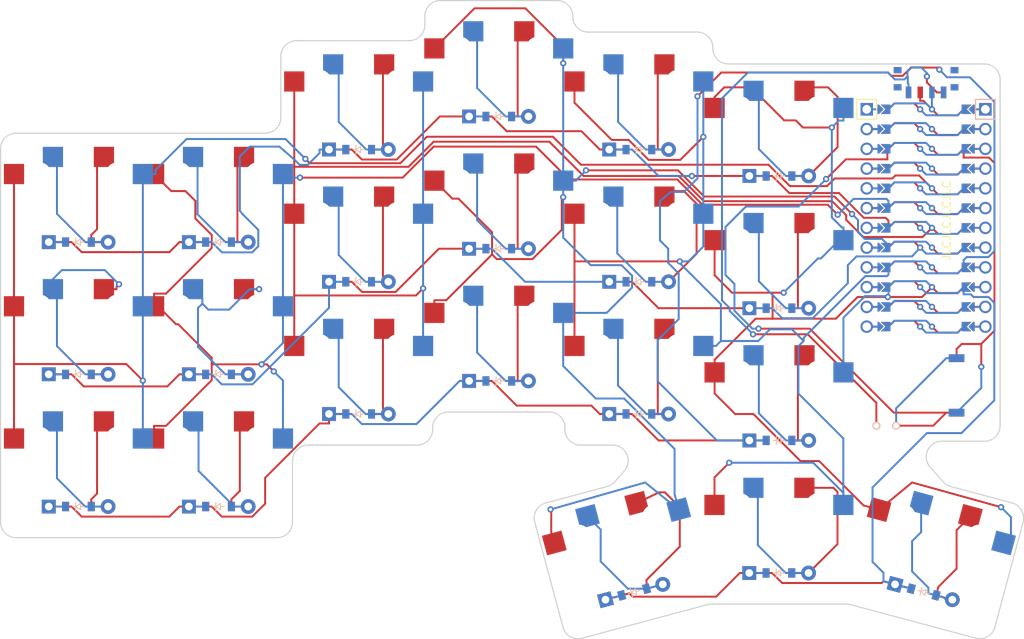
<source format=kicad_pcb>
(kicad_pcb (version 20211014) (generator pcbnew)
  (title_block (title "danns87_corne_custom") (rev "v1.0.0") (company "Unknown"))
  (layers (0 "F.Cu" signal) (31 "B.Cu" signal) (34 "B.Paste" user) (35 "F.Paste" user) (36 "B.SilkS" user "B.Silkscreen") (37 "F.SilkS" user "F.Silkscreen") (38 "B.Mask" user) (39 "F.Mask" user) (44 "Edge.Cuts" user))
  (net 0 "")
  (net 1 "outer_bottom")
  (net 2 "P21")
  (net 3 "P6")
  (net 4 "outer_home")
  (net 5 "P5")
  (net 6 "outer_top")
  (net 7 "P4")
  (net 8 "pinky_bottom")
  (net 9 "P20")
  (net 10 "pinky_home")
  (net 11 "pinky_top")
  (net 12 "ring_bottom")
  (net 13 "P19")
  (net 14 "ring_home")
  (net 15 "ring_top")
  (net 16 "middle_bottom")
  (net 17 "P18")
  (net 18 "middle_home")
  (net 19 "middle_top")
  (net 20 "index_bottom")
  (net 21 "P15")
  (net 22 "index_home")
  (net 23 "index_top")
  (net 24 "inner_bottom")
  (net 25 "P14")
  (net 26 "inner_home")
  (net 27 "inner_top")
  (net 28 "near_thumb")
  (net 29 "P7")
  (net 30 "home_thumb")
  (net 31 "far_thumb")
  (net 32 "RAW")
  (net 33 "GND")
  (net 34 "RST")
  (net 35 "VCC")
  (net 36 "P16")
  (net 37 "P10")
  (net 38 "P1")
  (net 39 "P0")
  (net 40 "P2")
  (net 41 "P3")
  (net 42 "P8")
  (net 43 "P9")
  (net 44 "pos")
  (footprint "lib:bat2p54" (layer "F.Cu") (at 121.775 -5.4 90)
    (fp_text reference "PAD1" hide)
    (fp_text value "")
  )
  (footprint "ComboDiode" (layer "F.Cu") (at 72 -11.15)
    (fp_text reference "D10" hide)
    (fp_text value "" hide)
  )
  (footprint "ComboDiode" (layer "F.Cu") (at 54 -40.9)
    (fp_text reference "D9" hide)
    (fp_text value "" hide)
  )
  (footprint "ComboDiode" (layer "F.Cu") (at 54 -6.9)
    (fp_text reference "D7" hide)
    (fp_text value "" hide)
  )
  (footprint "ComboDiode" (layer "F.Cu") (at 18 -12)
    (fp_text reference "D2" hide)
    (fp_text value "" hide)
  )
  (footprint "ComboDiode" (layer "F.Cu") (at 108 -3.5)
    (fp_text reference "D16" hide)
    (fp_text value "" hide)
  )
  (footprint "PG1350" (layer "F.Cu") (at 18 -17)
    (fp_text reference "S2" hide)
    (fp_text value "" hide)
  )
  (footprint "ComboDiode" (layer "F.Cu") (at 18 5)
    (fp_text reference "D1" hide)
    (fp_text value "" hide)
  )
  (footprint "ComboDiode" (layer "F.Cu") (at 36 -29)
    (fp_text reference "D6" hide)
    (fp_text value "" hide)
  )
  (footprint "Button_Switch_SMD:SW_SPST_UXCELL" (layer "F.Cu") (at 130.81 -10.575 90)
    (fp_text reference "S22" hide)
    (fp_text value "")
  )
  (footprint "ComboDiode" (layer "F.Cu") (at 90 -6.9)
    (fp_text reference "D13" hide)
    (fp_text value "" hide)
  )
  (footprint "ComboDiode" (layer "F.Cu") (at 36 5)
    (fp_text reference "D4" hide)
    (fp_text value "" hide)
  )
  (footprint "ProMicro" (layer "F.Cu") (at 126.89 -32.1 -90)
    (fp_text reference "MCU1" hide)
    (fp_text value "")
  )
  (footprint "PG1350" (layer "F.Cu") (at 18 0)
    (fp_text reference "S1" hide)
    (fp_text value "" hide)
  )
  (footprint "PG1350" (layer "F.Cu") (at 36 -17)
    (fp_text reference "S5" hide)
    (fp_text value "" hide)
  )
  (footprint "PG1350" (layer "F.Cu") (at 90 -45.9)
    (fp_text reference "S15" hide)
    (fp_text value "" hide)
  )
  (footprint "ComboDiode" (layer "F.Cu") (at 90 -23.9)
    (fp_text reference "D14" hide)
    (fp_text value "" hide)
  )
  (footprint "PG1350" (layer "F.Cu") (at 36 -34)
    (fp_text reference "S6" hide)
    (fp_text value "" hide)
  )
  (footprint "PG1350" (layer "F.Cu") (at 54 -45.9)
    (fp_text reference "S9" hide)
    (fp_text value "" hide)
  )
  (footprint "PG1350" (layer "F.Cu") (at 54 -28.9)
    (fp_text reference "S8" hide)
    (fp_text value "" hide)
  )
  (footprint "ComboDiode" (layer "F.Cu") (at 108 -37.5)
    (fp_text reference "D18" hide)
    (fp_text value "" hide)
  )
  (footprint "PG1350" (layer "F.Cu") (at 36 0)
    (fp_text reference "S4" hide)
    (fp_text value "" hide)
  )
  (footprint "ComboDiode" (layer "F.Cu") (at 54 -23.9)
    (fp_text reference "D8" hide)
    (fp_text value "" hide)
  )
  (footprint "PG1350" (layer "F.Cu") (at 108 -42.5)
    (fp_text reference "S18" hide)
    (fp_text value "" hide)
  )
  (footprint "PG1350" (layer "F.Cu") (at 90 -11.9)
    (fp_text reference "S13" hide)
    (fp_text value "" hide)
  )
  (footprint "ComboDiode" (layer "F.Cu") (at 72 -28.15)
    (fp_text reference "D11" hide)
    (fp_text value "" hide)
  )
  (footprint "PG1350" (layer "F.Cu") (at 72 -50.15)
    (fp_text reference "S12" hide)
    (fp_text value "" hide)
  )
  (footprint "ComboDiode" (layer "F.Cu") (at 18 -29)
    (fp_text reference "D3" hide)
    (fp_text value "" hide)
  )
  (footprint "ComboDiode" (layer "F.Cu") (at 36 -12)
    (fp_text reference "D5" hide)
    (fp_text value "" hide)
  )
  (footprint "Button_Switch_SMD:SW_SPDT_PCM12" (layer "F.Cu") (at 126.89 -49.675 180)
    (fp_text reference "T1" hide)
    (fp_text value "")
  )
  (footprint "PG1350" (layer "F.Cu") (at 72 -33.15)
    (fp_text reference "S11" hide)
    (fp_text value "" hide)
  )
  (footprint "PG1350" (layer "F.Cu") (at 72 -16.15)
    (fp_text reference "S10" hide)
    (fp_text value "" hide)
  )
  (footprint "ComboDiode" (layer "F.Cu") (at 108 -20.5)
    (fp_text reference "D17" hide)
    (fp_text value "" hide)
  )
  (footprint "ComboDiode" (layer "F.Cu") (at 107.9867 13.5413)
    (fp_text reference "D20" hide)
    (fp_text value "" hide)
  )
  (footprint "ComboDiode" (layer "F.Cu") (at 126.5859 15.9899 -15)
    (fp_text reference "D21" hide)
    (fp_text value "" hide)
  )
  (footprint "PG1350" (layer "F.Cu") (at 54 -11.9)
    (fp_text reference "S7" hide)
    (fp_text value "" hide)
  )
  (footprint "PG1350" (layer "F.Cu") (at 108 -25.5)
    (fp_text reference "S17" hide)
    (fp_text value "" hide)
  )
  (footprint "ComboDiode" (layer "F.Cu") (at 72 -45.15)
    (fp_text reference "D12" hide)
    (fp_text value "" hide)
  )
  (footprint "ComboDiode" (layer "F.Cu") (at 90 -40.9)
    (fp_text reference "D15" hide)
    (fp_text value "" hide)
  )
  (footprint "PG1350" (layer "F.Cu") (at 107.9867 8.5413)
    (fp_text reference "S20" hide)
    (fp_text value "" hide)
  )
  (footprint "ComboDiode" (layer "F.Cu") (at 89.3875 15.9899 15)
    (fp_text reference "D19" hide)
    (fp_text value "" hide)
  )
  (footprint "PG1350" (layer "F.Cu") (at 127.88 11.1603 -15)
    (fp_text reference "S21" hide)
    (fp_text value "" hide)
  )
  (footprint "PG1350" (layer "F.Cu") (at 18 -34)
    (fp_text reference "S3" hide)
    (fp_text value "" hide)
  )
  (footprint "PG1350" (layer "F.Cu") (at 88.0934 11.1603 15)
    (fp_text reference "S19" hide)
    (fp_text value "" hide)
  )
  (footprint "PG1350" (layer "F.Cu") (at 90 -28.9)
    (fp_text reference "S14" hide)
    (fp_text value "" hide)
  )
  (footprint "PG1350" (layer "F.Cu") (at 108 -8.5)
    (fp_text reference "S16" hide)
    (fp_text value "" hide)
  )
  (gr_line (start 99.5 -54) (end 99.5 -53.9) (layer "Edge.Cuts") (width 0.15))
  (gr_line (start 47.5 -2.9) (end 61.5 -2.9) (layer "Edge.Cuts") (width 0.15))
  (gr_arc (start 98.798158 17.609405) (mid 99.054744 17.558367) (end 99.315796 17.541257) (layer "Edge.Cuts") (width 0.15))
  (gr_arc (start 44 -45) (mid 43.414214 -43.585786) (end 42 -43) (layer "Edge.Cuts") (width 0.15))
  (gr_arc (start 62.5 -56.9) (mid 61.914214 -55.485786) (end 60.5 -54.9) (layer "Edge.Cuts") (width 0.15))
  (gr_line (start 135.727484 20.50993) (end 139.350951 6.986969) (layer "Edge.Cuts") (width 0.15))
  (gr_line (start 62.5 -56.9) (end 62.5 -58.05) (layer "Edge.Cuts") (width 0.15))
  (gr_arc (start 86.890967 1.819646) (mid 86.444919 2.196268) (end 85.909117 2.428042) (layer "Edge.Cuts") (width 0.15))
  (gr_arc (start 45.5 7) (mid 44.914214 8.414214) (end 43.5 9) (layer "Edge.Cuts") (width 0.15))
  (gr_line (start 45.5 7) (end 45.5 -0.9) (layer "Edge.Cuts") (width 0.15))
  (gr_arc (start 116.657534 17.541258) (mid 116.918586 17.558368) (end 117.175172 17.609406) (layer "Edge.Cuts") (width 0.15))
  (gr_arc (start 127.412876 -0.07806) (mid 127.091081 -2.223444) (end 128.9137 -3.4) (layer "Edge.Cuts") (width 0.15))
  (gr_line (start 82.5 -2.9) (end 86.623764 -2.9) (layer "Edge.Cuts") (width 0.15))
  (gr_arc (start 136.4 -5.4) (mid 135.814214 -3.985786) (end 134.4 -3.4) (layer "Edge.Cuts") (width 0.15))
  (gr_line (start 101.5 -51.9) (end 134.4 -51.9) (layer "Edge.Cuts") (width 0.15))
  (gr_arc (start 83.5 -56) (mid 82.085786 -56.585786) (end 81.5 -58) (layer "Edge.Cuts") (width 0.15))
  (gr_line (start 128.9137 -3.4) (end 134.4 -3.4) (layer "Edge.Cuts") (width 0.15))
  (gr_arc (start 62.5 -58.05) (mid 63.085786 -59.464214) (end 64.5 -60.05) (layer "Edge.Cuts") (width 0.15))
  (gr_arc (start 45.5 -0.9) (mid 46.085786 -2.314214) (end 47.5 -2.9) (layer "Edge.Cuts") (width 0.15))
  (gr_arc (start 63.5 -4.9) (mid 62.914214 -3.485786) (end 61.5 -2.9) (layer "Edge.Cuts") (width 0.15))
  (gr_arc (start 82.5 -2.9) (mid 81.085786 -3.485786) (end 80.5 -4.9) (layer "Edge.Cuts") (width 0.15))
  (gr_line (start 81.5 -58.05) (end 81.5 -58) (layer "Edge.Cuts") (width 0.15))
  (gr_line (start 65.5 -7.15) (end 78.5 -7.15) (layer "Edge.Cuts") (width 0.15))
  (gr_line (start 44 -45) (end 44 -52.9) (layer "Edge.Cuts") (width 0.15))
  (gr_arc (start 97.5 -56) (mid 98.914214 -55.414214) (end 99.5 -54) (layer "Edge.Cuts") (width 0.15))
  (gr_arc (start 137.936737 4.537479) (mid 139.15115 5.469331) (end 139.350951 6.986969) (layer "Edge.Cuts") (width 0.15))
  (gr_arc (start 8 -41) (mid 8.585786 -42.414214) (end 10 -43) (layer "Edge.Cuts") (width 0.15))
  (gr_line (start 83.5 -56) (end 97.5 -56) (layer "Edge.Cuts") (width 0.15))
  (gr_line (start 78.036593 4.537479) (end 85.909117 2.428042) (layer "Edge.Cuts") (width 0.15))
  (gr_line (start 80.5 -4.9) (end 80.5 -5.15) (layer "Edge.Cuts") (width 0.15))
  (gr_line (start 64.5 -60.05) (end 79.5 -60.05) (layer "Edge.Cuts") (width 0.15))
  (gr_arc (start 79.5 -60.05) (mid 80.914214 -59.464214) (end 81.5 -58.05) (layer "Edge.Cuts") (width 0.15))
  (gr_arc (start 86.623764 -2.9) (mid 88.446799 -1.722523) (end 88.123252 0.423456) (layer "Edge.Cuts") (width 0.15))
  (gr_line (start 10 9) (end 43.5 9) (layer "Edge.Cuts") (width 0.15))
  (gr_arc (start 135.727485 20.50993) (mid 134.795633 21.724343) (end 133.277995 21.924144) (layer "Edge.Cuts") (width 0.15))
  (gr_line (start 46 -54.9) (end 60.5 -54.9) (layer "Edge.Cuts") (width 0.15))
  (gr_line (start 99.315796 17.541257) (end 116.657534 17.541257) (layer "Edge.Cuts") (width 0.15))
  (gr_arc (start 101.5 -51.9) (mid 100.085786 -52.485786) (end 99.5 -53.9) (layer "Edge.Cuts") (width 0.15))
  (gr_line (start 117.175172 17.609405) (end 133.277994 21.924144) (layer "Edge.Cuts") (width 0.15))
  (gr_arc (start 10 9) (mid 8.585786 8.414214) (end 8 7) (layer "Edge.Cuts") (width 0.15))
  (gr_line (start 63.5 -5.15) (end 63.5 -4.9) (layer "Edge.Cuts") (width 0.15))
  (gr_line (start 129.083685 1.818843) (end 127.412875 -0.07806) (layer "Edge.Cuts") (width 0.15))
  (gr_line (start 82.695335 21.924144) (end 98.798158 17.609405) (layer "Edge.Cuts") (width 0.15))
  (gr_arc (start 78.5 -7.15) (mid 79.914214 -6.564214) (end 80.5 -5.15) (layer "Edge.Cuts") (width 0.15))
  (gr_line (start 88.123252 0.423456) (end 86.890967 1.819647) (layer "Edge.Cuts") (width 0.15))
  (gr_line (start 76.622379 6.986969) (end 80.245846 20.50993) (layer "Edge.Cuts") (width 0.15))
  (gr_arc (start 130.066871 2.428754) (mid 129.530211 2.196448) (end 129.083685 1.818843) (layer "Edge.Cuts") (width 0.15))
  (gr_arc (start 63.5 -5.15) (mid 64.085786 -6.564214) (end 65.5 -7.15) (layer "Edge.Cuts") (width 0.15))
  (gr_line (start 8 7) (end 8 -41) (layer "Edge.Cuts") (width 0.15))
  (gr_arc (start 82.695335 21.924143) (mid 81.177697 21.724342) (end 80.245846 20.50993) (layer "Edge.Cuts") (width 0.15))
  (gr_line (start 10 -43) (end 42 -43) (layer "Edge.Cuts") (width 0.15))
  (gr_line (start 130.066871 2.428755) (end 137.936737 4.537479) (layer "Edge.Cuts") (width 0.15))
  (gr_arc (start 44 -52.9) (mid 44.585786 -54.314214) (end 46 -54.9) (layer "Edge.Cuts") (width 0.15))
  (gr_arc (start 76.622379 6.986969) (mid 76.82218 5.469331) (end 78.036593 4.537479) (layer "Edge.Cuts") (width 0.15))
  (gr_line (start 136.4 -5.4) (end 136.4 -49.9) (layer "Edge.Cuts") (width 0.15))
  (gr_arc (start 134.4 -51.9) (mid 135.814214 -51.314214) (end 136.4 -49.9) (layer "Edge.Cuts") (width 0.15))
  (gr_text "JLCJLCJLCJLC" (at 129.54 -31.75 90) (layer "F.SilkS") (effects (font (size 1 1))))
  (segment (start 20.3908 -5.0658) (end 20.3908 3.3339) (width 0.25) (layer "F.Cu") (net 1))
  (segment (start 21.81 5) (end 19.65 5) (width 0.25) (layer "F.Cu") (net 1))
  (segment (start 20.3908 3.3339) (end 19.65 4.0747) (width 0.25) (layer "F.Cu") (net 1))
  (segment (start 19.65 5) (end 19.65 4.0747) (width 0.25) (layer "F.Cu") (net 1))
  (segment (start 21.275 -5.95) (end 20.3908 -5.0658) (width 0.25) (layer "F.Cu") (net 1))
  (segment (start 15.24 1.3653) (end 15.24 -5.435) (width 0.25) (layer "B.Cu") (net 1))
  (segment (start 21.81 5) (end 19.65 5) (width 0.25) (layer "B.Cu") (net 1))
  (segment (start 18.8747 5) (end 15.24 1.3653) (width 0.25) (layer "B.Cu") (net 1))
  (segment (start 15.24 -5.435) (end 14.725 -5.95) (width 0.25) (layer "B.Cu") (net 1))
  (segment (start 19.65 5) (end 18.8747 5) (width 0.25) (layer "B.Cu") (net 1))
  (segment (start 106.6454 -38.9497) (end 109.393 -36.2021) (width 0.25) (layer "F.Cu") (net 2))
  (segment (start 122.5573 -37.18) (end 122.9403 -37.563) (width 0.25) (layer "F.Cu") (net 2))
  (segment (start 47.159 -39.6941) (end 47.7173 -39.1358) (width 0.25) (layer "F.Cu") (net 2))
  (segment (start 9.725 -20.75) (end 9.725 -13.324) (width 0.25) (layer "F.Cu") (net 2))
  (segment (start 24.1479 -13.324) (end 26.275 -11.1969) (width 0.25) (layer "F.Cu") (net 2))
  (segment (start 115.1502 -37.18) (end 122.5573 -37.18) (width 0.25) (layer "F.Cu") (net 2))
  (segment (start 78.9561 -42.545) (end 82.5514 -38.9497) (width 0.25) (layer "F.Cu") (net 2))
  (segment (start 9.725 -13.324) (end 24.1479 -13.324) (width 0.25) (layer "F.Cu") (net 2))
  (segment (start 9.725 -37.75) (end 9.725 -20.75) (width 0.25) (layer "F.Cu") (net 2))
  (segment (start 109.393 -36.2021) (end 114.1723 -36.2021) (width 0.25) (layer "F.Cu") (net 2))
  (segment (start 125.999 -37.563) (end 127.652 -35.91) (width 0.25) (layer "F.Cu") (net 2))
  (segment (start 122.9403 -37.563) (end 125.999 -37.563) (width 0.25) (layer "F.Cu") (net 2))
  (segment (start 59.3492 -39.1358) (end 62.7584 -42.545) (width 0.25) (layer "F.Cu") (net 2))
  (segment (start 9.725 -13.324) (end 9.725 -3.75) (width 0.25) (layer "F.Cu") (net 2))
  (segment (start 62.7584 -42.545) (end 78.9561 -42.545) (width 0.25) (layer "F.Cu") (net 2))
  (segment (start 47.7173 -39.1358) (end 59.3492 -39.1358) (width 0.25) (layer "F.Cu") (net 2))
  (segment (start 114.1723 -36.2021) (end 115.1502 -37.18) (width 0.25) (layer "F.Cu") (net 2))
  (segment (start 82.5514 -38.9497) (end 106.6454 -38.9497) (width 0.25) (layer "F.Cu") (net 2))
  (via (at 47.159 -39.6941) (size 0.8) (drill 0.4) (layers "F.Cu" "B.Cu") (net 2))
  (via (at 26.275 -11.1969) (size 0.8) (drill 0.4) (layers "F.Cu" "B.Cu") (net 2))
  (segment (start 26.275 -37.75) (end 27.9003 -37.75) (width 0.25) (layer "B.Cu") (net 2))
  (segment (start 31.894701 -42.252301) (end 44.600799 -42.252301) (width 0.25) (layer "B.Cu") (net 2))
  (segment (start 26.275 -11.1969) (end 26.275 -3.75) (width 0.25) (layer "B.Cu") (net 2))
  (segment (start 44.600799 -42.252301) (end 47.159 -39.6941) (width 0.25) (layer "B.Cu") (net 2))
  (segment (start 26.275 -37.75) (end 26.275 -20.75) (width 0.25) (layer "B.Cu") (net 2))
  (segment (start 26.275 -20.75) (end 26.275 -11.1969) (width 0.25) (layer "B.Cu") (net 2))
  (segment (start 27.9003 -37.75) (end 27.9003 -38.2579) (width 0.25) (layer "B.Cu") (net 2))
  (segment (start 27.9003 -38.2579) (end 31.894701 -42.252301) (width 0.25) (layer "B.Cu") (net 2))
  (segment (start 50.19 -6.9) (end 50.19 -5.6857) (width 0.25) (layer "F.Cu") (net 3))
  (segment (start 128.3381 -51.435) (end 128.6006 -51.1725) (width 0.25) (layer "F.Cu") (net 3))
  (segment (start 34.35 5) (end 32.19 5) (width 0.25) (layer "F.Cu") (net 3))
  (segment (start 34.35 5) (end 35.1253 5) (width 0.25) (layer "F.Cu") (net 3))
  (segment (start 92.5253 -3.5) (end 89.1253 -6.9) (width 0.25) (layer "F.Cu") (net 3))
  (segment (start 121.995978 -50.8) (end 122.415489 -50.380489) (width 0.25) (layer "F.Cu") (net 3))
  (segment (start 97.5238 -47.7366) (end 100.5872 -50.8) (width 0.25) (layer "F.Cu") (net 3))
  (segment (start 32.19 5) (end 30.9757 5) (width 0.25) (layer "F.Cu") (net 3))
  (segment (start 48.9757 -5.6857) (end 41.986 1.304) (width 0.25) (layer "F.Cu") (net 3))
  (segment (start 124.951 -51.435) (end 128.3381 -51.435) (width 0.25) (layer "F.Cu") (net 3))
  (segment (start 88.35 -6.9) (end 89.1253 -6.9) (width 0.25) (layer "F.Cu") (net 3))
  (segment (start 122.415489 -50.380489) (end 123.896489 -50.380489) (width 0.25) (layer "F.Cu") (net 3))
  (segment (start 14.19 5) (end 16.35 5) (width 0.25) (layer "F.Cu") (net 3))
  (segment (start 16.35 5) (end 17.1253 5) (width 0.25) (layer "F.Cu") (net 3))
  (segment (start 50.19 -5.6857) (end 48.9757 -5.6857) (width 0.25) (layer "F.Cu") (net 3))
  (segment (start 18.4162 6.2909) (end 17.1253 5) (width 0.25) (layer "F.Cu") (net 3))
  (segment (start 84.9757 -6.9) (end 83.8957 -7.98) (width 0.25) (layer "F.Cu") (net 3))
  (segment (start 52.35 -6.9) (end 50.19 -6.9) (width 0.25) (layer "F.Cu") (net 3))
  (segment (start 30.9757 5) (end 29.6848 6.2909) (width 0.25) (layer "F.Cu") (net 3))
  (segment (start 83.8957 -7.98) (end 74.2953 -7.98) (width 0.25) (layer "F.Cu") (net 3))
  (segment (start 70.35 -11.15) (end 71.1253 -11.15) (width 0.25) (layer "F.Cu") (net 3))
  (segment (start 123.896489 -50.380489) (end 124.951 -51.435) (width 0.25) (layer "F.Cu") (net 3))
  (segment (start 29.6848 6.2909) (end 18.4162 6.2909) (width 0.25) (layer "F.Cu") (net 3))
  (segment (start 86.19 -6.9) (end 84.9757 -6.9) (width 0.25) (layer "F.Cu") (net 3))
  (segment (start 74.2953 -7.98) (end 71.1253 -11.15) (width 0.25) (layer "F.Cu") (net 3))
  (segment (start 41.986 4.6357) (end 40.3308 6.2909) (width 0.25) (layer "F.Cu") (net 3))
  (segment (start 106.35 -3.5) (end 104.19 -3.5) (width 0.25) (layer "F.Cu") (net 3))
  (segment (start 40.3308 6.2909) (end 36.4162 6.2909) (width 0.25) (layer "F.Cu") (net 3))
  (segment (start 86.19 -6.9) (end 88.35 -6.9) (width 0.25) (layer "F.Cu") (net 3))
  (segment (start 41.986 1.304) (end 41.986 4.6357) (width 0.25) (layer "F.Cu") (net 3))
  (segment (start 36.4162 6.2909) (end 35.1253 5) (width 0.25) (layer "F.Cu") (net 3))
  (segment (start 100.5872 -50.8) (end 121.995978 -50.8) (width 0.25) (layer "F.Cu") (net 3))
  (segment (start 104.19 -3.5) (end 92.5253 -3.5) (width 0.25) (layer "F.Cu") (net 3))
  (segment (start 68.19 -11.15) (end 70.35 -11.15) (width 0.25) (layer "F.Cu") (net 3))
  (via (at 97.5238 -47.7366) (size 0.8) (drill 0.4) (layers "F.Cu" "B.Cu") (net 3))
  (via (at 128.6006 -51.1725) (size 0.8) (drill 0.4) (layers "F.Cu" "B.Cu") (net 3))
  (segment (start 94.097 -35.443) (end 95.785 -35.443) (width 0.25) (layer "B.Cu") (net 3))
  (segment (start 104.19 -3.5) (end 100.005 -3.5) (width 0.25) (layer "B.Cu") (net 3))
  (segment (start 52.35 -6.9) (end 50.19 -6.9) (width 0.25) (layer "B.Cu") (net 3))
  (segment (start 52.35 -6.9) (end 53.1253 -6.9) (width 0.25) (layer "B.Cu") (net 3))
  (segment (start 88.35 -6.9) (end 86.19 -6.9) (width 0.25) (layer "B.Cu") (net 3))
  (segment (start 129.5828 -50.1903) (end 132.5146 -50.1903) (width 0.25) (layer "B.Cu") (net 3))
  (segment (start 68.19 -11.15) (end 66.9757 -11.15) (width 0.25) (layer "B.Cu") (net 3))
  (segment (start 70.35 -11.15) (end 68.19 -11.15) (width 0.25) (layer "B.Cu") (net 3))
  (segment (start 135.6731 -27.8502) (end 134.8965 -27.0736) (width 0.25) (layer "B.Cu") (net 3))
  (segment (start 132.1143 -27.0736) (end 131.716 -26.6753) (width 0.25) (layer "B.Cu") (net 3))
  (segment (start 97.5299 -37.1879) (end 97.5299 -47.7305) (width 0.25) (layer "B.Cu") (net 3))
  (segment (start 61.4348 -5.6091) (end 54.4162 -5.6091) (width 0.25) (layer "B.Cu") (net 3))
  (segment (start 95.112 -19.0927) (end 95.112 -24.97175) (width 0.25) (layer "B.Cu") (net 3))
  (segment (start 132.5146 -50.1903) (end 135.6731 -47.0318) (width 0.25) (layer "B.Cu") (net 3))
  (segment (start 54.4162 -5.6091) (end 53.1253 -6.9) (width 0.25) (layer "B.Cu") (net 3))
  (segment (start 34.35 5) (end 32.19 5) (width 0.25) (layer "B.Cu") (net 3))
  (segment (start 97.5299 -47.7305) (end 97.5238 -47.7366) (width 0.25) (layer "B.Cu") (net 3))
  (segment (start 66.9757 -11.15) (end 61.4348 -5.6091) (width 0.25) (layer "B.Cu") (net 3))
  (segment (start 92.418415 -11.086585) (end 92.418415 -16.399115) (width 0.25) (layer "B.Cu") (net 3))
  (segment (start 92.418415 -16.399115) (end 95.112 -19.0927) (width 0.25) (layer "B.Cu") (net 3))
  (segment (start 134.8965 -27.0736) (end 132.1143 -27.0736) (width 0.25) (layer "B.Cu") (net 3))
  (segment (start 93.7638 -28.1562) (end 92.71 -29.21) (width 0.25) (layer "B.Cu") (net 3))
  (segment (start 92.71 -34.29) (end 94.097 -35.443) (width 0.25) (layer "B.Cu") (net 3))
  (segment (start 16.35 5) (end 14.19 5) (width 0.25) (layer "B.Cu") (net 3))
  (segment (start 128.6006 -51.1725) (end 129.5828 -50.1903) (width 0.25) (layer "B.Cu") (net 3))
  (segment (start 131.716 -25.75) (end 131.716 -26.6753) (width 0.25) (layer "B.Cu") (net 3))
  (segment (start 92.71 -29.21) (end 92.71 -34.29) (width 0.25) (layer "B.Cu") (net 3))
  (segment (start 100.005 -3.5) (end 92.418415 -11.086585) (width 0.25) (layer "B.Cu") (net 3))
  (segment (start 135.6731 -47.0318) (end 135.6731 -27.8502) (width 0.25) (layer "B.Cu") (net 3))
  (segment (start 93.7638 -26.31995) (end 93.7638 -28.1562) (width 0.25) (layer "B.Cu") (net 3))
  (segment (start 104.19 -3.5) (end 106.35 -3.5) (width 0.25) (layer "B.Cu") (net 3))
  (segment (start 95.112 -24.97175) (end 93.7638 -26.31995) (width 0.25) (layer "B.Cu") (net 3))
  (segment (start 95.785 -35.443) (end 97.5299 -37.1879) (width 0.25) (layer "B.Cu") (net 3))
  (segment (start 21.81 -12) (end 19.65 -12) (width 0.25) (layer "F.Cu") (net 4))
  (segment (start 21.275 -22.95) (end 22.9003 -22.95) (width 0.25) (layer "F.Cu") (net 4))
  (segment (start 22.9003 -23.2628) (end 22.9003 -22.95) (width 0.25) (layer "F.Cu") (net 4))
  (segment (start 23.2145 -23.577) (end 22.9003 -23.2628) (width 0.25) (layer "F.Cu") (net 4))
  (via (at 23.2145 -23.577) (size 0.8) (drill 0.4) (layers "F.Cu" "B.Cu") (net 4))
  (segment (start 21.3915 -25.4) (end 23.2145 -23.577) (width 0.25) (layer "B.Cu") (net 4))
  (segment (start 15.24 -15.6347) (end 15.24 -22.435) (width 0.25) (layer "B.Cu") (net 4))
  (segment (start 21.81 -12) (end 19.65 -12) (width 0.25) (layer "B.Cu") (net 4))
  (segment (start 15.24 -22.435) (end 14.725 -22.95) (width 0.25) (layer "B.Cu") (net 4))
  (segment (start 15.875 -25.4) (end 21.3915 -25.4) (width 0.25) (layer "B.Cu") (net 4))
  (segment (start 19.65 -12) (end 18.8747 -12) (width 0.25) (layer "B.Cu") (net 4))
  (segment (start 14.725 -22.95) (end 14.725 -24.25) (width 0.25) (layer "B.Cu") (net 4))
  (segment (start 14.725 -24.25) (end 15.875 -25.4) (width 0.25) (layer "B.Cu") (net 4))
  (segment (start 18.8747 -12) (end 15.24 -15.6347) (width 0.25) (layer "B.Cu") (net 4))
  (segment (start 92.5253 -20.5) (end 104.19 -20.5) (width 0.25) (layer "F.Cu") (net 5))
  (segment (start 34.35 -12) (end 32.19 -12) (width 0.25) (layer "F.Cu") (net 5))
  (segment (start 89.1253 -23.9) (end 92.5253 -20.5) (width 0.25) (layer "F.Cu") (net 5))
  (segment (start 68.19 -28.15) (end 64.3114 -28.15) (width 0.25) (layer "F.Cu") (net 5))
  (segment (start 64.3114 -28.15) (end 58.7491 -22.5877) (width 0.25) (layer "F.Cu") (net 5))
  (segment (start 29.4218 -10.4461) (end 18.6792 -10.4461) (width 0.25) (layer "F.Cu") (net 5))
  (segment (start 58.7491 -22.5877) (end 54.4376 -22.5877) (width 0.25) (layer "F.Cu") (net 5))
  (segment (start 88.35 -23.9) (end 89.1253 -23.9) (width 0.25) (layer "F.Cu") (net 5))
  (segment (start 52.35 -23.9) (end 53.1253 -23.9) (width 0.25) (layer "F.Cu") (net 5))
  (segment (start 106.35 -20.5) (end 104.19 -20.5) (width 0.25) (layer "F.Cu") (net 5))
  (segment (start 88.35 -23.9) (end 86.19 -23.9) (width 0.25) (layer "F.Cu") (net 5))
  (segment (start 54.4376 -22.5877) (end 53.1253 -23.9) (width 0.25) (layer "F.Cu") (net 5))
  (segment (start 32.19 -12) (end 30.9757 -12) (width 0.25) (layer "F.Cu") (net 5))
  (segment (start 18.6792 -10.4461) (end 17.1253 -12) (width 0.25) (layer "F.Cu") (net 5))
  (segment (start 16.35 -12) (end 17.1253 -12) (width 0.25) (layer "F.Cu") (net 5))
  (segment (start 30.9757 -12) (end 29.4218 -10.4461) (width 0.25) (layer "F.Cu") (net 5))
  (segment (start 14.19 -12) (end 16.35 -12) (width 0.25) (layer "F.Cu") (net 5))
  (segment (start 50.19 -23.9) (end 52.35 -23.9) (width 0.25) (layer "F.Cu") (net 5))
  (segment (start 70.35 -28.15) (end 68.19 -28.15) (width 0.25) (layer "F.Cu") (net 5))
  (segment (start 125.083729 -27.1575) (end 125.083729 -27.158479) (width 0.25) (layer "B.Cu") (net 5))
  (segment (start 106.35 -20.5) (end 107.1253 -20.5) (width 0.25) (layer "B.Cu") (net 5))
  (segment (start 34.35 -12) (end 32.19 -12) (width 0.25) (layer "B.Cu") (net 5))
  (segment (start 34.35 -12) (end 35.1253 -12) (width 0.25) (layer "B.Cu") (net 5))
  (segment (start 116.84 -26.035) (end 117.9625 -27.1575) (width 0.25) (layer "B.Cu") (net 5))
  (segment (start 75.3753 -23.9) (end 71.1253 -28.15) (width 0.25) (layer "B.Cu") (net 5))
  (segment (start 70.35 -28.15) (end 68.19 -28.15) (width 0.25) (layer "B.Cu") (net 5))
  (segment (start 50.19 -20.545) (end 50.19 -23.9) (width 0.25) (layer "B.Cu") (net 5))
  (segment (start 107.1253 -20.5) (end 108.4078 -19.2175) (width 0.25) (layer "B.Cu") (net 5))
  (segment (start 70.35 -28.15) (end 71.1253 -28.15) (width 0.25) (layer "B.Cu") (net 5))
  (segment (start 104.19 -20.5) (end 106.35 -20.5) (width 0.25) (layer "B.Cu") (net 5))
  (segment (start 36.4138 -10.7115) (end 40.3565 -10.7115) (width 0.25) (layer "B.Cu") (net 5))
  (segment (start 16.35 -12) (end 14.19 -12) (width 0.25) (layer "B.Cu") (net 5))
  (segment (start 35.1253 -12) (end 36.4138 -10.7115) (width 0.25) (layer "B.Cu") (net 5))
  (segment (start 40.3565 -10.7115) (end 50.19 -20.545) (width 0.25) (layer "B.Cu") (net 5))
  (segment (start 117.9625 -27.1575) (end 125.083729 -27.1575) (width 0.25) (layer "B.Cu") (net 5))
  (segment (start 112.3371 -19.2175) (end 116.84 -23.7204) (width 0.25) (layer "B.Cu") (net 5))
  (segment (start 88.35 -23.9) (end 86.19 -23.9) (width 0.25) (layer "B.Cu") (net 5))
  (segment (start 108.4078 -19.2175) (end 112.3371 -19.2175) (width 0.25) (layer "B.Cu") (net 5))
  (segment (start 86.19 -23.9) (end 75.3753 -23.9) (width 0.25) (layer "B.Cu") (net 5))
  (segment (start 52.35 -23.9) (end 50.19 -23.9) (width 0.25) (layer "B.Cu") (net 5))
  (segment (start 116.84 -23.7204) (end 116.84 -26.035) (width 0.25) (layer "B.Cu") (net 5))
  (segment (start 125.083729 -27.158479) (end 126.128 -28.29) (width 0.25) (layer "B.Cu") (net 5))
  (segment (start 21.275 -39.95) (end 20.3908 -39.0658) (width 0.25) (layer "F.Cu") (net 6))
  (segment (start 20.3908 -30.6661) (end 19.65 -29.9253) (width 0.25) (layer "F.Cu") (net 6))
  (segment (start 21.81 -29) (end 19.65 -29) (width 0.25) (layer "F.Cu") (net 6))
  (segment (start 20.3908 -39.0658) (end 20.3908 -30.6661) (width 0.25) (layer "F.Cu") (net 6))
  (segment (start 19.65 -29) (end 19.65 -29.9253) (width 0.25) (layer "F.Cu") (net 6))
  (segment (start 15.24 -39.435) (end 14.725 -39.95) (width 0.25) (layer "B.Cu") (net 6))
  (segment (start 21.81 -29) (end 19.65 -29) (width 0.25) (layer "B.Cu") (net 6))
  (segment (start 18.8747 -29) (end 15.24 -32.6347) (width 0.25) (layer "B.Cu") (net 6))
  (segment (start 19.65 -29) (end 18.8747 -29) (width 0.25) (layer "B.Cu") (net 6))
  (segment (start 15.24 -32.6347) (end 15.24 -39.435) (width 0.25) (layer "B.Cu") (net 6))
  (segment (start 18.4138 -27.7115) (end 17.1253 -29) (width 0.25) (layer "F.Cu") (net 7))
  (segment (start 86.19 -40.9) (end 84.9757 -40.9) (width 0.25) (layer "F.Cu") (net 7))
  (segment (start 30.9757 -29) (end 29.6872 -27.7115) (width 0.25) (layer "F.Cu") (net 7))
  (segment (start 104.19 -37.5) (end 96.8035 -37.5) (width 0.25) (layer "F.Cu") (net 7))
  (segment (start 29.6872 -27.7115) (end 18.4138 -27.7115) (width 0.25) (layer "F.Cu") (net 7))
  (segment (start 16.35 -29) (end 17.1253 -29) (width 0.25) (layer "F.Cu") (net 7))
  (segment (start 73.0186 -43.2567) (end 71.1253 -45.15) (width 0.25) (layer "F.Cu") (net 7))
  (segment (start 58.8892 -39.6193) (end 54.406 -39.6193) (width 0.25) (layer "F.Cu") (net 7))
  (segment (start 32.19 -29) (end 30.9757 -29) (width 0.25) (layer "F.Cu") (net 7))
  (segment (start 118.8862 -32.1245) (end 121.6948 -32.1245) (width 0.25) (layer "F.Cu") (net 7))
  (segment (start 64.4199 -45.15) (end 58.8892 -39.6193) (width 0.25) (layer "F.Cu") (net 7))
  (segment (start 107.1253 -37.5) (end 109.318 -35.3073) (width 0.25) (layer "F.Cu") (net 7))
  (segment (start 52.35 -40.9) (end 53.1253 -40.9) (width 0.25) (layer "F.Cu") (net 7))
  (segment (start 115.7034 -35.3073) (end 118.8862 -32.1245) (width 0.25) (layer "F.Cu") (net 7))
  (segment (start 106.35 -37.5) (end 104.19 -37.5) (width 0.25) (layer "F.Cu") (net 7))
  (segment (start 34.35 -29) (end 32.19 -29) (width 0.25) (layer "F.Cu") (net 7))
  (segment (start 50.19 -40.9) (end 52.35 -40.9) (width 0.25) (layer "F.Cu") (net 7))
  (segment (start 109.318 -35.3073) (end 115.7034 -35.3073) (width 0.25) (layer "F.Cu") (net 7))
  (segment (start 88.35 -40.9) (end 86.19 -40.9) (width 0.25) (layer "F.Cu") (net 7))
  (segment (start 54.406 -39.6193) (end 53.1253 -40.9) (width 0.25) (layer "F.Cu") (net 7))
  (segment (start 84.9757 -40.9) (end 82.619 -43.2567) (width 0.25) (layer "F.Cu") (net 7))
  (segment (start 68.19 -45.15) (end 64.4199 -45.15) (width 0.25) (layer "F.Cu") (net 7))
  (segment (start 106.35 -37.5) (end 107.1253 -37.5) (width 0.25) (layer "F.Cu") (net 7))
  (segment (start 121.6948 -32.1245) (end 122.064 -31.7553) (width 0.25) (layer "F.Cu") (net 7))
  (segment (start 14.19 -29) (end 16.35 -29) (width 0.25) (layer "F.Cu") (net 7))
  (segment (start 70.35 -45.15) (end 71.1253 -45.15) (width 0.25) (layer "F.Cu") (net 7))
  (segment (start 70.35 -45.15) (end 68.19 -45.15) (width 0.25) (layer "F.Cu") (net 7))
  (segment (start 82.619 -43.2567) (end 73.0186 -43.2567) (width 0.25) (layer "F.Cu") (net 7))
  (segment (start 122.064 -30.83) (end 122.064 -31.7553) (width 0.25) (layer "F.Cu") (net 7))
  (via (at 96.8035 -37.5) (size 0.8) (drill 0.4) (layers "F.Cu" "B.Cu") (net 7))
  (segment (start 16.35 -29) (end 14.19 -29) (width 0.25) (layer "B.Cu") (net 7))
  (segment (start 50.19 -40.9) (end 48.9757 -40.9) (width 0.25) (layer "B.Cu") (net 7))
  (segment (start 47.4603 -38.9292) (end 46.4159 -38.9292) (width 0.25) (layer "B.Cu") (net 7))
  (segment (start 34.35 -29) (end 35.1253 -29) (width 0.25) (layer "B.Cu") (net 7))
  (segment (start 36.4481 -27.6772) (end 35.1253 -29) (width 0.25) (layer "B.Cu") (net 7))
  (segment (start 88.35 -40.9) (end 86.19 -40.9) (width 0.25) (layer "B.Cu") (net 7))
  (segment (start 40.005 -41.275) (end 38.735 -40.005) (width 0.25) (layer "B.Cu") (net 7))
  (segment (start 92.5253 -37.5) (end 96.8035 -37.5) (width 0.25) (layer "B.Cu") (net 7))
  (segment (start 43.815 -41.275) (end 40.005 -41.275) (width 0.25) (layer "B.Cu") (net 7))
  (segment (start 89.1253 -40.9) (end 92.5253 -37.5) (width 0.25) (layer "B.Cu") (net 7))
  (segment (start 48.9757 -40.9) (end 48.9757 -40.4446) (width 0.25) (layer "B.Cu") (net 7))
  (segment (start 48.9757 -40.4446) (end 47.4603 -38.9292) (width 0.25) (layer "B.Cu") (net 7))
  (segment (start 41.1064 -30.5723) (end 41.1064 -28.4613) (width 0.25) (layer "B.Cu") (net 7))
  (segment (start 40.3223 -27.6772) (end 36.4481 -27.6772) (width 0.25) (layer "B.Cu") (net 7))
  (segment (start 41.1064 -28.4613) (end 40.3223 -27.6772) (width 0.25) (layer "B.Cu") (net 7))
  (segment (start 46.4159 -38.9292) (end 45.7208 -39.6243) (width 0.25) (layer "B.Cu") (net 7))
  (segment (start 88.35 -40.9) (end 89.1253 -40.9) (width 0.25) (layer "B.Cu") (net 7))
  (segment (start 52.35 -40.9) (end 50.19 -40.9) (width 0.25) (layer "B.Cu") (net 7))
  (segment (start 39.1549 -32.5238) (end 41.1064 -30.5723) (width 0.25) (layer "B.Cu") (net 7))
  (segment (start 38.735 -33.02) (end 39.1549 -32.5238) (width 0.25) (layer "B.Cu") (net 7))
  (segment (start 45.7208 -39.6243) (end 43.815 -41.275) (width 0.25) (layer "B.Cu") (net 7))
  (segment (start 106.35 -37.5) (end 104.19 -37.5) (width 0.25) (layer "B.Cu") (net 7))
  (segment (start 38.735 -40.005) (end 38.735 -33.02) (width 0.25) (layer "B.Cu") (net 7))
  (segment (start 34.35 -29) (end 32.19 -29) (width 0.25) (layer "B.Cu") (net 7))
  (segment (start 70.35 -45.15) (end 68.19 -45.15) (width 0.25) (layer "B.Cu") (net 7))
  (segment (start 38.735 2.9897) (end 37.65 4.0747) (width 0.25) (layer "F.Cu") (net 8))
  (segment (start 38.735 -5.41) (end 38.735 2.9897) (width 0.25) (layer "F.Cu") (net 8))
  (segment (start 37.65 4.0747) (end 37.65 5) (width 0.25) (layer "F.Cu") (net 8))
  (segment (start 39.275 -5.95) (end 38.735 -5.41) (width 0.25) (layer "F.Cu") (net 8))
  (segment (start 39.81 5) (end 37.65 5) (width 0.25) (layer "F.Cu") (net 8))
  (segment (start 33.430998 0.412898) (end 33.430998 -5.244002) (width 0.25) (layer "B.Cu") (net 8))
  (segment (start 39.81 5) (end 38.4252 5) (width 0.25) (layer "B.Cu") (net 8))
  (segment (start 33.430998 -5.244002) (end 32.725 -5.95) (width 0.25) (layer "B.Cu") (net 8))
  (segment (start 38.4252 5) (end 37.65 5) (width 0.25) (layer "B.Cu") (net 8))
  (segment (start 38.0181 5) (end 33.430998 0.412898) (width 0.25) (layer "B.Cu") (net 8))
  (segment (start 38.4252 5) (end 38.0181 5) (width 0.25) (layer "B.Cu") (net 8))
  (segment (start 27.725 -21.2561) (end 27.725 -22.3753) (width 0.25) (layer "F.Cu") (net 9))
  (segment (start 33.02 -32.029022) (end 33.02 -34.29) (width 0.25) (layer "F.Cu") (net 9))
  (segment (start 35.1254 -11.252) (end 29.2487 -5.3753) (width 0.25) (layer "F.Cu") (net 9))
  (segment (start 27.725 -22.3753) (end 29.2487 -22.3753) (width 0.25) (layer "F.Cu") (net 9))
  (segment (start 63.6388 -41.275) (end 76.7922 -41.275) (width 0.25) (layer "F.Cu") (net 9))
  (segment (start 35.124511 -28.251111) (end 35.124511 -29.924511) (width 0.25) (layer "F.Cu") (net 9))
  (segment (start 31.75 -35.56) (end 29.915 -35.56) (width 0.25) (layer "F.Cu") (net 9))
  (segment (start 35.1254 -13.282) (end 41.5263 -13.282) (width 0.25) (layer "F.Cu") (net 9))
  (segment (start 27.725 -20.75) (end 27.725 -21.2561) (width 0.25) (layer "F.Cu") (net 9))
  (segment (start 27.725 -21.2561) (end 30.5422 -18.4389) (width 0.25) (layer "F.Cu") (net 9))
  (segment (start 30.8183 -18.4389) (end 35.1254 -14.1318) (width 0.25) (layer "F.Cu") (net 9))
  (segment (start 27.725 -3.75) (end 27.725 -5.3753) (width 0.25) (layer "F.Cu") (net 9))
  (segment (start 35.1254 -13.282) (end 35.1254 -11.252) (width 0.25) (layer "F.Cu") (net 9))
  (segment (start 33.02 -34.29) (end 31.75 -35.56) (width 0.25) (layer "F.Cu") (net 9))
  (segment (start 42.1899 -13.282) (end 43.0953 -12.3766) (width 0.25) (layer "F.Cu") (net 9))
  (segment (start 35.124511 -29.924511) (end 33.02 -32.029022) (width 0.25) (layer "F.Cu") (net 9))
  (segment (start 94.9253 -37.0488) (end 98.1646 -33.8095) (width 0.25) (layer "F.Cu") (net 9))
  (segment (start 29.915 -35.56) (end 27.725 -37.75) (width 0.25) (layer "F.Cu") (net 9))
  (segment (start 29.2487 -22.3753) (end 35.124511 -28.251111) (width 0.25) (layer "F.Cu") (net 9))
  (segment (start 30.5422 -18.4389) (end 30.8183 -18.4389) (width 0.25) (layer "F.Cu") (net 9))
  (segment (start 41.5263 -13.282) (end 42.1899 -13.282) (width 0.25) (layer "F.Cu") (net 9))
  (segment (start 114.2481 -33.8095) (end 115.5367 -32.5209) (width 0.25) (layer "F.Cu") (net 9))
  (segment (start 98.1646 -33.8095) (end 114.2481 -33.8095) (width 0.25) (layer "F.Cu") (net 9))
  (segment (start 59.652 -37.2882) (end 63.6388 -41.275) (width 0.25) (layer "F.Cu") (net 9))
  (segment (start 76.7922 -41.275) (end 81.0184 -37.0488) (width 0.25) (layer "F.Cu") (net 9))
  (segment (start 46.4588 -37.2882) (end 59.652 -37.2882) (width 0.25) (layer "F.Cu") (net 9))
  (segment (start 81.0184 -37.0488) (end 94.9253 -37.0488) (width 0.25) (layer "F.Cu") (net 9))
  (segment (start 35.1254 -14.1318) (end 35.1254 -13.282) (width 0.25) (layer "F.Cu") (net 9))
  (segment (start 29.2487 -5.3753) (end 27.725 -5.3753) (width 0.25) (layer "F.Cu") (net 9))
  (via (at 46.4588 -37.2882) (size 0.8) (drill 0.4) (layers "F.Cu" "B.Cu") (net 9))
  (via (at 43.0953 -12.3766) (size 0.8) (drill 0.4) (layers "F.Cu" "B.Cu") (net 9))
  (via (at 115.5367 -32.5209) (size 0.8) (drill 0.4) (layers "F.Cu" "B.Cu") (net 9))
  (via (at 41.5263 -13.282) (size 0.8) (drill 0.4) (layers "F.Cu" "B.Cu") (net 9))
  (segment (start 117.5739 -34.5581) (end 115.5367 -32.5209) (width 0.25) (layer "B.Cu") (net 9))
  (segment (start 44.275 -37.2882) (end 46.4588 -37.2882) (width 0.25) (layer "B.Cu") (net 9))
  (segment (start 44.275 -37.2882) (end 44.275 -20.75) (width 0.25) (layer "B.Cu") (net 9))
  (segment (start 44.275 -3.75) (end 44.275 -11.1969) (width 0.25) (layer "B.Cu") (net 9))
  (segment (start 122.064 -34.2953) (end 121.8012 -34.5581) (width 0.25) (layer "B.Cu") (net 9))
  (segment (start 122.064 -33.37) (end 122.064 -34.102) (width 0.25) (layer "B.Cu") (net 9))
  (segment (start 44.275 -20.75) (end 44.275 -16.0307) (width 0.25) (layer "B.Cu") (net 9))
  (segment (start 121.8012 -34.5581) (end 117.5739 -34.5581) (width 0.25) (layer "B.Cu") (net 9))
  (segment (start 44.275 -16.0307) (end 41.5263 -13.282) (width 0.25) (layer "B.Cu") (net 9))
  (segment (start 44.275 -37.75) (end 44.275 -37.2882) (width 0.25) (layer "B.Cu") (net 9))
  (segment (start 44.275 -11.1969) (end 43.0953 -12.3766) (width 0.25) (layer "B.Cu") (net 9))
  (segment (start 122.064 -34.102) (end 122.064 -34.2953) (width 0.25) (layer "B.Cu") (net 9))
  (segment (start 37.65 -12) (end 38.4253 -12) (width 0.25) (layer "F.Cu") (net 10))
  (segment (start 40.9003 -22.95) (end 41.2138 -22.95) (width 0.25) (layer "F.Cu") (net 10))
  (segment (start 39.81 -12) (end 38.4253 -12) (width 0.25) (layer "F.Cu") (net 10))
  (segment (start 39.275 -22.95) (end 40.9003 -22.95) (width 0.25) (layer "F.Cu") (net 10))
  (via (at 41.2138 -22.95) (size 0.8) (drill 0.4) (layers "F.Cu" "B.Cu") (net 10))
  (segment (start 37.65 -12) (end 36.8747 -12) (width 0.25) (layer "B.Cu") (net 10))
  (segment (start 39.81 -12) (end 37.65 -12) (width 0.25) (layer "B.Cu") (net 10))
  (segment (start 33.9217 -21.0881) (end 34.6898 -20.32) (width 0.25) (layer "B.Cu") (net 10))
  (segment (start 33.9217 -21.7533) (end 32.725 -22.95) (width 0.25) (layer "B.Cu") (net 10))
  (segment (start 34.6898 -20.32) (end 37.3698 -20.32) (width 0.25) (layer "B.Cu") (net 10))
  (segment (start 39.9998 -22.95) (end 41.2138 -22.95) (width 0.25) (layer "B.Cu") (net 10))
  (segment (start 36.8747 -12) (end 33.359472 -15.515228) (width 0.25) (layer "B.Cu") (net 10))
  (segment (start 33.359472 -20.525872) (end 33.9217 -21.0881) (width 0.25) (layer "B.Cu") (net 10))
  (segment (start 33.9217 -21.0881) (end 33.9217 -21.7533) (width 0.25) (layer "B.Cu") (net 10))
  (segment (start 37.3698 -20.32) (end 39.9998 -22.95) (width 0.25) (layer "B.Cu") (net 10))
  (segment (start 33.359472 -15.515228) (end 33.359472 -20.525872) (width 0.25) (layer "B.Cu") (net 10))
  (segment (start 39.81 -29) (end 38.4253 -29) (width 0.25) (layer "F.Cu") (net 11))
  (segment (start 37.65 -29) (end 38.4253 -29) (width 0.25) (layer "F.Cu") (net 11))
  (segment (start 39.275 -39.95) (end 38.4253 -39.1003) (width 0.25) (layer "F.Cu") (net 11))
  (segment (start 38.4253 -39.1003) (end 38.4253 -29) (width 0.25) (layer "F.Cu") (net 11))
  (segment (start 39.81 -29) (end 37.65 -29) (width 0.25) (layer "B.Cu") (net 11))
  (segment (start 33.30547 -39.36953) (end 32.725 -39.95) (width 0.25) (layer "B.Cu") (net 11))
  (segment (start 37.65 -29) (end 36.8747 -29) (width 0.25) (layer "B.Cu") (net 11))
  (segment (start 33.30547 -32.56923) (end 33.30547 -39.36953) (width 0.25) (layer "B.Cu") (net 11))
  (segment (start 36.8747 -29) (end 33.30547 -32.56923) (width 0.25) (layer "B.Cu") (net 11))
  (segment (start 57.1211 -17.6961) (end 57.1211 -7.5889) (width 0.25) (layer "F.Cu") (net 12))
  (segment (start 57.81 -6.9) (end 55.65 -6.9) (width 0.25) (layer "F.Cu") (net 12))
  (segment (start 57.1211 -7.5889) (end 57.81 -6.9) (width 0.25) (layer "F.Cu") (net 12))
  (segment (start 57.275 -17.85) (end 57.1211 -17.6961) (width 0.25) (layer "F.Cu") (net 12))
  (segment (start 51.435 -17.14) (end 50.725 -17.85) (width 0.25) (layer "B.Cu") (net 12))
  (segment (start 57.81 -6.9) (end 55.65 -6.9) (width 0.25) (layer "B.Cu") (net 12))
  (segment (start 54.8747 -6.9) (end 51.435 -10.3397) (width 0.25) (layer "B.Cu") (net 12))
  (segment (start 51.435 -10.3397) (end 51.435 -17.14) (width 0.25) (layer "B.Cu") (net 12))
  (segment (start 55.65 -6.9) (end 54.8747 -6.9) (width 0.25) (layer "B.Cu") (net 12))
  (segment (start 45.725 -32.65) (end 45.725 -22.1374) (width 0.25) (layer "F.Cu") (net 13))
  (segment (start 45.725 -49.65) (end 45.725 -38.6855) (width 0.25) (layer "F.Cu") (net 13))
  (segment (start 45.725 -38.6855) (end 45.725 -32.65) (width 0.25) (layer "F.Cu") (net 13))
  (segment (start 126.443092 -29.6558) (end 126.443092 -29.657341) (width 0.25) (layer "F.Cu") (net 13))
  (segment (start 45.725 -22.1374) (end 61.3604 -22.1374) (width 0.25) (layer "F.Cu") (net 13))
  (segment (start 78.4922 -41.91) (end 82.9031 -37.4991) (width 0.25) (layer "F.Cu") (net 13))
  (segment (start 116.6327 -32.4508) (end 116.6327 -31.8495) (width 0.25) (layer "F.Cu") (net 13))
  (segment (start 118.8264 -29.6558) (end 126.443092 -29.6558) (width 0.25) (layer "F.Cu") (net 13))
  (segment (start 63.6368 -41.91) (end 78.4922 -41.91) (width 0.25) (layer "F.Cu") (net 13))
  (segment (start 95.1119 -37.4991) (end 98.3512 -34.2598) (width 0.25) (layer "F.Cu") (net 13))
  (segment (start 82.9031 -37.4991) (end 95.1119 -37.4991) (width 0.25) (layer "F.Cu") (net 13))
  (segment (start 114.8237 -34.2598) (end 116.6327 -32.4508) (width 0.25) (layer "F.Cu") (net 13))
  (segment (start 60.4123 -38.6855) (end 63.6368 -41.91) (width 0.25) (layer "F.Cu") (net 13))
  (segment (start 98.3512 -34.2598) (end 114.8237 -34.2598) (width 0.25) (layer "F.Cu") (net 13))
  (segment (start 61.3604 -22.1374) (end 62.275 -23.052) (width 0.25) (layer "F.Cu") (net 13))
  (segment (start 45.725 -38.6855) (end 60.4123 -38.6855) (width 0.25) (layer "F.Cu") (net 13))
  (segment (start 126.443092 -29.657341) (end 127.652 -30.83) (width 0.25) (layer "F.Cu") (net 13))
  (segment (start 116.6327 -31.8495) (end 118.8264 -29.6558) (width 0.25) (layer "F.Cu") (net 13))
  (segment (start 45.725 -22.1374) (end 45.725 -15.65) (width 0.25) (layer "F.Cu") (net 13))
  (via (at 62.275 -23.052) (size 0.8) (drill 0.4) (layers "F.Cu" "B.Cu") (net 13))
  (segment (start 62.275 -23.052) (end 62.275 -15.65) (width 0.25) (layer "B.Cu") (net 13))
  (segment (start 62.275 -32.65) (end 62.275 -23.052) (width 0.25) (layer "B.Cu") (net 13))
  (segment (start 62.275 -49.65) (end 62.275 -32.65) (width 0.25) (layer "B.Cu") (net 13))
  (segment (start 57.81 -23.9) (end 55.65 -23.9) (width 0.25) (layer "F.Cu") (net 14))
  (segment (start 57.275 -34.85) (end 57.1211 -34.6961) (width 0.25) (layer "F.Cu") (net 14))
  (segment (start 57.1211 -24.5889) (end 57.81 -23.9) (width 0.25) (layer "F.Cu") (net 14))
  (segment (start 57.1211 -34.6961) (end 57.1211 -24.5889) (width 0.25) (layer "F.Cu") (net 14))
  (segment (start 51.435 -34.14) (end 50.725 -34.85) (width 0.25) (layer "B.Cu") (net 14))
  (segment (start 55.65 -23.9) (end 54.8747 -23.9) (width 0.25) (layer "B.Cu") (net 14))
  (segment (start 51.435 -27.3397) (end 51.435 -34.14) (width 0.25) (layer "B.Cu") (net 14))
  (segment (start 57.81 -23.9) (end 55.65 -23.9) (width 0.25) (layer "B.Cu") (net 14))
  (segment (start 54.8747 -23.9) (end 51.435 -27.3397) (width 0.25) (layer "B.Cu") (net 14))
  (segment (start 57.1211 -51.6961) (end 57.1211 -40.9) (width 0.25) (layer "F.Cu") (net 15))
  (segment (start 57.1211 -40.9) (end 55.65 -40.9) (width 0.25) (layer "F.Cu") (net 15))
  (segment (start 57.275 -51.85) (end 57.1211 -51.6961) (width 0.25) (layer "F.Cu") (net 15))
  (segment (start 57.81 -40.9) (end 57.1211 -40.9) (width 0.25) (layer "F.Cu") (net 15))
  (segment (start 54.985 -40.9) (end 51.435 -44.45) (width 0.25) (layer "B.Cu") (net 15))
  (segment (start 57.81 -40.9) (end 56.4252 -40.9) (width 0.25) (layer "B.Cu") (net 15))
  (segment (start 51.435 -51.14) (end 50.725 -51.85) (width 0.25) (layer "B.Cu") (net 15))
  (segment (start 56.4252 -40.9) (end 55.65 -40.9) (width 0.25) (layer "B.Cu") (net 15))
  (segment (start 51.435 -44.45) (end 51.435 -51.14) (width 0.25) (layer "B.Cu") (net 15))
  (segment (start 56.4252 -40.9) (end 54.985 -40.9) (width 0.25) (layer "B.Cu") (net 15))
  (segment (start 75.275 -22.1) (end 74.4253 -21.2503) (width 0.25) (layer "F.Cu") (net 16))
  (segment (start 73.65 -11.15) (end 74.4253 -11.15) (width 0.25) (layer "F.Cu") (net 16))
  (segment (start 74.4253 -21.2503) (end 74.4253 -11.15) (width 0.25) (layer "F.Cu") (net 16))
  (segment (start 75.81 -11.15) (end 74.4253 -11.15) (width 0.25) (layer "F.Cu") (net 16))
  (segment (start 73.65 -11.15) (end 72.8747 -11.15) (width 0.25) (layer "B.Cu") (net 16))
  (segment (start 75.81 -11.15) (end 73.65 -11.15) (width 0.25) (layer "B.Cu") (net 16))
  (segment (start 69.215 -21.61) (end 68.725 -22.1) (width 0.25) (layer "B.Cu") (net 16))
  (segment (start 69.215 -14.8097) (end 69.215 -21.61) (width 0.25) (layer "B.Cu") (net 16))
  (segment (start 72.8747 -11.15) (end 69.215 -14.8097) (width 0.25) (layer "B.Cu") (net 16))
  (segment (start 78.74 5.464372) (end 78.74 9.290014) (width 0.25) (layer "F.Cu") (net 17))
  (segment (start 71.1381 -27.4147) (end 65.2487 -21.5253) (width 0.25) (layer "F.Cu") (net 17))
  (segment (start 98.391 -34.857) (end 115.1279 -34.857) (width 0.25) (layer "F.Cu") (net 17))
  (segment (start 80.0997 -34.5997) (end 80.275 -34.775) (width 0.25) (layer "F.Cu") (net 17))
  (segment (start 71.7351 -26.8177) (end 76.3327 -26.8177) (width 0.25) (layer "F.Cu") (net 17))
  (segment (start 63.725 -53.9) (end 68.88 -59.055) (width 0.25) (layer "F.Cu") (net 17))
  (segment (start 80.275 -54.1957) (end 80.275 -51.993) (width 0.25) (layer "F.Cu") (net 17))
  (segment (start 66.0361 -34.5889) (end 66.8183 -34.5889) (width 0.25) (layer "F.Cu") (net 17))
  (segment (start 63.725 -36.9) (end 66.0361 -34.5889) (width 0.25) (layer "F.Cu") (net 17))
  (segment (start 78.74 9.290014) (end 79.129792 9.679806) (width 0.25) (layer "F.Cu") (net 17))
  (segment (start 71.1381 -27.4147) (end 71.7351 -26.8177) (width 0.25) (layer "F.Cu") (net 17))
  (segment (start 115.1279 -34.857) (end 117.3797 -32.6052) (width 0.25) (layer "F.Cu") (net 17))
  (segment (start 71.1381 -30.2691) (end 71.1381 -27.4147) (width 0.25) (layer "F.Cu") (net 17))
  (segment (start 68.88 -59.055) (end 75.4157 -59.055) (width 0.25) (layer "F.Cu") (net 17))
  (segment (start 95.0236 -38.2244) (end 98.391 -34.857) (width 0.25) (layer "F.Cu") (net 17))
  (segment (start 83.2035 -38.2244) (end 95.0236 -38.2244) (width 0.25) (layer "F.Cu") (net 17))
  (segment (start 63.725 -19.9) (end 63.725 -21.5253) (width 0.25) (layer "F.Cu") (net 17))
  (segment (start 78.648278 5.37265) (end 78.74 5.464372) (width 0.25) (layer "F.Cu") (net 17))
  (segment (start 75.4157 -59.055) (end 80.275 -54.1957) (width 0.25) (layer "F.Cu") (net 17))
  (segment (start 76.3327 -26.8177) (end 80.0997 -30.5847) (width 0.25) (layer "F.Cu") (net 17))
  (segment (start 66.8183 -34.5889) (end 71.1381 -30.2691) (width 0.25) (layer "F.Cu") (net 17))
  (segment (start 80.0997 -30.5847) (end 80.0997 -34.5997) (width 0.25) (layer "F.Cu") (net 17))
  (segment (start 65.2487 -21.5253) (end 63.725 -21.5253) (width 0.25) (layer "F.Cu") (net 17))
  (via (at 80.275 -51.993) (size 0.8) (drill 0.4) (layers "F.Cu" "B.Cu") (net 17))
  (via (at 78.648278 5.37265) (size 0.8) (drill 0.4) (layers "F.Cu" "B.Cu") (net 17))
  (via (at 83.2035 -38.2244) (size 0.8) (drill 0.4) (layers "F.Cu" "B.Cu") (net 17))
  (via (at 117.3797 -32.6052) (size 0.8) (drill 0.4) (layers "F.Cu" "B.Cu") (net 17))
  (via (at 80.275 -34.775) (size 0.8) (drill 0.4) (layers "F.Cu" "B.Cu") (net 17))
  (segment (start 81.9003 -36.9212) (end 81.9003 -36.9) (width 0.25) (layer "B.Cu") (net 17))
  (segment (start 87.7684 -26.035) (end 89.1254 -24.678) (width 0.25) (layer "B.Cu") (net 17))
  (segment (start 94.5825 3.4057) (end 94.5825 -2.4091) (width 0.25) (layer "B.Cu") (net 17))
  (segment (start 90.805 1.905) (end 78.648278 5.37265) (width 0.25) (layer "B.Cu") (net 17))
  (segment (start 118.1446 -30.2789) (end 118.1446 -31.8403) (width 0.25) (layer "B.Cu") (net 17))
  (segment (start 121.2263 -29.4154) (end 122.064 -28.5777) (width 0.25) (layer "B.Cu") (net 17))
  (segment (start 95.1159 5.3964) (end 94.5825 3.4057) (width 0.25) (layer "B.Cu") (net 17))
  (segment (start 80.275 -36.9) (end 81.9003 -36.9) (width 0.25) (layer "B.Cu") (net 17))
  (segment (start 122.064 -28.5777) (end 122.064 -28.29) (width 0.25) (layer "B.Cu") (net 17))
  (segment (start 121.2263 -29.4154) (end 119.0081 -29.4154) (width 0.25) (layer "B.Cu") (net 17))
  (segment (start 83.2035 -38.2244) (end 81.9003 -36.9212) (width 0.25) (layer "B.Cu") (net 17))
  (segment (start 89.1254 -23.1603) (end 85.8651 -19.9) (width 0.25) (layer "B.Cu") (net 17))
  (segment (start 80.275 -29.58) (end 83.82 -26.035) (width 0.25) (layer "B.Cu") (net 17))
  (segment (start 83.82 -26.035) (end 87.7684 -26.035) (width 0.25) (layer "B.Cu") (net 17))
  (segment (start 85.8651 -19.9) (end 80.275 -19.9) (width 0.25) (layer "B.Cu") (net 17))
  (segment (start 80.275 -53.9) (end 80.275 -51.993) (width 0.25) (layer "B.Cu") (net 17))
  (segment (start 80.275 -34.775) (end 80.275 -29.58) (width 0.25) (layer "B.Cu") (net 17))
  (segment (start 89.1254 -24.678) (end 89.1254 -23.1603) (width 0.25) (layer "B.Cu") (net 17))
  (segment (start 84.455 -8.89) (end 80.275 -13.07) (width 0.25) (layer "B.Cu") (net 17))
  (segment (start 94.5825 -2.4091) (end 88.1016 -8.89) (width 0.25) (layer "B.Cu") (net 17))
  (segment (start 80.275 -13.07) (end 80.275 -19.9) (width 0.25) (layer "B.Cu") (net 17))
  (segment (start 80.275 -36.9) (end 80.275 -34.775) (width 0.25) (layer "B.Cu") (net 17))
  (segment (start 88.1016 -8.89) (end 84.455 -8.89) (width 0.25) (layer "B.Cu") (net 17))
  (segment (start 118.1446 -31.8403) (end 117.3797 -32.6052) (width 0.25) (layer "B.Cu") (net 17))
  (segment (start 119.0081 -29.4154) (end 118.1446 -30.2789) (width 0.25) (layer "B.Cu") (net 17))
  (segment (start 95.115865 5.396351) (end 90.805 1.905) (width 0.25) (layer "B.Cu") (net 17))
  (segment (start 80.275 -51.993) (end 80.275 -36.9) (width 0.25) (layer "B.Cu") (net 17))
  (segment (start 74.4253 -38.2503) (end 74.4253 -28.15) (width 0.25) (layer "F.Cu") (net 18))
  (segment (start 75.275 -39.1) (end 74.4253 -38.2503) (width 0.25) (layer "F.Cu") (net 18))
  (segment (start 73.65 -28.15) (end 74.4253 -28.15) (width 0.25) (layer "F.Cu") (net 18))
  (segment (start 75.81 -28.15) (end 74.4253 -28.15) (width 0.25) (layer "F.Cu") (net 18))
  (segment (start 75.81 -28.15) (end 73.65 -28.15) (width 0.25) (layer "B.Cu") (net 18))
  (segment (start 73.65 -28.15) (end 72.8747 -28.15) (width 0.25) (layer "B.Cu") (net 18))
  (segment (start 72.8747 -28.15) (end 69.215 -31.8097) (width 0.25) (layer "B.Cu") (net 18))
  (segment (start 69.215 -38.61) (end 68.725 -39.1) (width 0.25) (layer "B.Cu") (net 18))
  (segment (start 69.215 -31.8097) (end 69.215 -38.61) (width 0.25) (layer "B.Cu") (net 18))
  (segment (start 73.65 -45.15) (end 74.4253 -45.15) (width 0.25) (layer "F.Cu") (net 19))
  (segment (start 74.4253 -55.2503) (end 74.4253 -45.15) (width 0.25) (layer "F.Cu") (net 19))
  (segment (start 75.81 -45.15) (end 74.4253 -45.15) (width 0.25) (layer "F.Cu") (net 19))
  (segment (start 75.275 -56.1) (end 74.4253 -55.2503) (width 0.25) (layer "F.Cu") (net 19))
  (segment (start 73.65 -45.15) (end 72.8747 -45.15) (width 0.25) (layer "B.Cu") (net 19))
  (segment (start 72.8747 -45.15) (end 69.215 -48.8097) (width 0.25) (layer "B.Cu") (net 19))
  (segment (start 73.65 -45.15) (end 75.81 -45.15) (width 0.25) (layer "B.Cu") (net 19))
  (segment (start 69.215 -48.8097) (end 69.215 -55.61) (width 0.25) (layer "B.Cu") (net 19))
  (segment (start 69.215 -55.61) (end 68.725 -56.1) (width 0.25) (layer "B.Cu") (net 19))
  (segment (start 93.275 -17.85) (end 92.4253 -17.0003) (width 0.25) (layer "F.Cu") (net 20))
  (segment (start 91.65 -6.9) (end 92.4253 -6.9) (width 0.25) (layer "F.Cu") (net 20))
  (segment (start 92.4253 -17.0003) (end 92.4253 -6.9) (width 0.25) (layer "F.Cu") (net 20))
  (segment (start 93.81 -6.9) (end 92.4253 -6.9) (width 0.25) (layer "F.Cu") (net 20))
  (segment (start 87.317404 -10.558661) (end 87.317404 -17.257596) (width 0.25) (layer "B.Cu") (net 20))
  (segment (start 87.317404 -17.257596) (end 86.725 -17.85) (width 0.25) (layer "B.Cu") (net 20))
  (segment (start 93.81 -6.9) (end 91.65 -6.9) (width 0.25) (layer "B.Cu") (net 20))
  (segment (start 91.65 -6.9) (end 90.976065 -6.9) (width 0.25) (layer "B.Cu") (net 20))
  (segment (start 90.976065 -6.9) (end 87.317404 -10.558661) (width 0.25) (layer "B.Cu") (net 20))
  (segment (start 95.321 -39.5733) (end 98.275 -42.5273) (width 0.25) (layer "F.Cu") (net 21))
  (segment (start 81.725 -15.65) (end 81.725 -26.5189) (width 0.25) (layer "F.Cu") (net 21))
  (segment (start 88.6836 -42.138) (end 91.2483 -39.5733) (width 0.25) (layer "F.Cu") (net 21))
  (segment (start 81.725 -46.9219) (end 86.5089 -42.138) (width 0.25) (layer "F.Cu") (net 21))
  (segment (start 81.725 -49.65) (end 81.725 -46.9219) (width 0.25) (layer "F.Cu") (net 21))
  (segment (start 81.725 -26.5189) (end 95.25 -26.5189) (width 0.25) (layer "F.Cu") (net 21))
  (segment (start 81.725 -26.5189) (end 81.725 -32.65) (width 0.25) (layer "F.Cu") (net 21))
  (segment (start 101.6 -0.635) (end 99.7117 1.2533) (width 0.25) (layer "F.Cu") (net 21))
  (segment (start 86.5089 -42.138) (end 88.6836 -42.138) (width 0.25) (layer "F.Cu") (net 21))
  (segment (start 91.2483 -39.5733) (end 95.321 -39.5733) (width 0.25) (layer "F.Cu") (net 21))
  (segment (start 99.7117 1.2533) (end 99.7117 4.7913) (width 0.25) (layer "F.Cu") (net 21))
  (via (at 95.25 -26.5189) (size 0.8) (drill 0.4) (layers "F.Cu" "B.Cu") (net 21))
  (via (at 98.275 -42.5273) (size 0.8) (drill 0.4) (layers "F.Cu" "B.Cu") (net 21))
  (via (at 101.6 -0.635) (size 0.8) (drill 0.4) (layers "F.Cu" "B.Cu") (net 21))
  (segment (start 111.1642 -16.2825) (end 109.6667 -17.78) (width 0.25) (layer "B.Cu") (net 21))
  (segment (start 95.25 -26.300882) (end 100.5328 -21.018082) (width 0.25) (layer "B.Cu") (net 21))
  (segment (start 100.5328 -21.018082) (end 100.5328 -16.2825) (width 0.25) (layer "B.Cu") (net 21))
  (segment (start 112.395 -0.635) (end 116.2617 3.2317) (width 0.25) (layer "B.Cu") (net 21))
  (segment (start 110.49 -15.6083) (end 111.1642 -16.2825) (width 0.25) (layer "B.Cu") (net 21))
  (segment (start 98.275 -15.65) (end 99.9003 -15.65) (width 0.25) (layer "B.Cu") (net 21))
  (segment (start 116.2617 3.2317) (end 116.2617 4.7913) (width 0.25) (layer "B.Cu") (net 21))
  (segment (start 121.8639 -24.6246) (end 120.2908 -24.6246) (width 0.25) (layer "B.Cu") (net 21))
  (segment (start 122.064 -24.8247) (end 121.8639 -24.6246) (width 0.25) (layer "B.Cu") (net 21))
  (segment (start 98.275 -49.65) (end 98.275 -42.5273) (width 0.25) (layer "B.Cu") (net 21))
  (segment (start 111.1642 -16.6957) (end 119.0931 -24.6246) (width 0.25) (layer "B.Cu") (net 21))
  (segment (start 116.2617 4.7913) (end 116.2617 -3.76) (width 0.25) (layer "B.Cu") (net 21))
  (segment (start 95.25 -26.5189) (end 95.25 -26.300882) (width 0.25) (layer "B.Cu") (net 21))
  (segment (start 98.275 -42.5273) (end 98.275 -32.65) (width 0.25) (layer "B.Cu") (net 21))
  (segment (start 98.275 -28.425) (end 96.3689 -26.5189) (width 0.25) (layer "B.Cu") (net 21))
  (segment (start 119.0931 -24.6246) (end 120.2908 -24.6246) (width 0.25) (layer "B.Cu") (net 21))
  (segment (start 110.49 -9.5317) (end 110.49 -15.6083) (width 0.25) (layer "B.Cu") (net 21))
  (segment (start 106.818307 -17.78) (end 105.320807 -16.2825) (width 0.25) (layer "B.Cu") (net 21))
  (segment (start 122.064 -25.75) (end 122.064 -24.8247) (width 0.25) (layer "B.Cu") (net 21))
  (segment (start 100.5328 -16.2825) (end 99.9003 -15.65) (width 0.25) (layer "B.Cu") (net 21))
  (segment (start 109.6667 -17.78) (end 106.818307 -17.78) (width 0.25) (layer "B.Cu") (net 21))
  (segment (start 116.2617 -3.76) (end 110.49 -9.5317) (width 0.25) (layer "B.Cu") (net 21))
  (segment (start 111.1642 -16.2825) (end 111.1642 -16.6957) (width 0.25) (layer "B.Cu") (net 21))
  (segment (start 105.320807 -16.2825) (end 100.5328 -16.2825) (width 0.25) (layer "B.Cu") (net 21))
  (segment (start 98.275 -32.65) (end 98.275 -28.425) (width 0.25) (layer "B.Cu") (net 21))
  (segment (start 96.3689 -26.5189) (end 95.25 -26.5189) (width 0.25) (layer "B.Cu") (net 21))
  (segment (start 101.6 -0.635) (end 112.395 -0.635) (width 0.25) (layer "B.Cu") (net 21))
  (segment (start 97.410109 -33.928273) (end 97.410109 -27.500109) (width 0.25) (layer "F.Cu") (net 22))
  (segment (start 93.81 -23.9) (end 91.65 -23.9) (width 0.25) (layer "F.Cu") (net 22))
  (segment (start 97.410109 -27.500109) (end 93.81 -23.9) (width 0.25) (layer "F.Cu") (net 22))
  (segment (start 95.778382 -35.56) (end 97.410109 -33.928273) (width 0.25) (layer "F.Cu") (net 22))
  (segment (start 93.275 -34.85) (end 93.985 -35.56) (width 0.25) (layer "F.Cu") (net 22))
  (segment (start 93.985 -35.56) (end 95.778382 -35.56) (width 0.25) (layer "F.Cu") (net 22))
  (segment (start 90.8747 -23.9) (end 87.219883 -27.554817) (width 0.25) (layer "B.Cu") (net 22))
  (segment (start 87.219883 -34.355117) (end 86.725 -34.85) (width 0.25) (layer "B.Cu") (net 22))
  (segment (start 91.65 -23.9) (end 90.8747 -23.9) (width 0.25) (layer "B.Cu") (net 22))
  (segment (start 87.219883 -27.554817) (end 87.219883 -34.355117) (width 0.25) (layer "B.Cu") (net 22))
  (segment (start 93.81 -23.9) (end 91.65 -23.9) (width 0.25) (layer "B.Cu") (net 22))
  (segment (start 93.81 -40.9) (end 92.4253 -40.9) (width 0.25) (layer "F.Cu") (net 23))
  (segment (start 93.275 -51.85) (end 92.4253 -51.0003) (width 0.25) (layer "F.Cu") (net 23))
  (segment (start 92.4253 -51.0003) (end 92.4253 -40.9) (width 0.25) (layer "F.Cu") (net 23))
  (segment (start 91.65 -40.9) (end 92.4253 -40.9) (width 0.25) (layer "F.Cu") (net 23))
  (segment (start 90.8747 -40.9) (end 87.328293 -44.446407) (width 0.25) (layer "B.Cu") (net 23))
  (segment (start 93.81 -40.9) (end 91.65 -40.9) (width 0.25) (layer "B.Cu") (net 23))
  (segment (start 91.65 -40.9) (end 90.8747 -40.9) (width 0.25) (layer "B.Cu") (net 23))
  (segment (start 87.328293 -44.446407) (end 87.328293 -51.246707) (width 0.25) (layer "B.Cu") (net 23))
  (segment (start 87.328293 -51.246707) (end 86.725 -51.85) (width 0.25) (layer "B.Cu") (net 23))
  (segment (start 111.275 -14.45) (end 110.4253 -13.6003) (width 0.25) (layer "F.Cu") (net 24))
  (segment (start 110.4253 -13.6003) (end 110.4253 -3.5) (width 0.25) (layer "F.Cu") (net 24))
  (segment (start 111.81 -3.5) (end 110.4253 -3.5) (width 0.25) (layer "F.Cu") (net 24))
  (segment (start 109.65 -3.5) (end 110.4253 -3.5) (width 0.25) (layer "F.Cu") (net 24))
  (segment (start 111.81 -3.5) (end 109.65 -3.5) (width 0.25) (layer "B.Cu") (net 24))
  (segment (start 104.725 -14.45) (end 105.41 -13.765) (width 0.25) (layer "B.Cu") (net 24))
  (segment (start 105.41 -13.765) (end 105.41 -6.985) (width 0.25) (layer "B.Cu") (net 24))
  (segment (start 105.41 -6.985) (end 108.895 -3.5) (width 0.25) (layer "B.Cu") (net 24))
  (segment (start 108.895 -3.5) (end 109.65 -3.5) (width 0.25) (layer "B.Cu") (net 24))
  (segment (start 120.8575 5.3964) (end 118.8669 4.863) (width 0.25) (layer "F.Cu") (net 25))
  (segment (start 99.725 -24.735) (end 99.725 -29.25) (width 0.25) (layer "F.Cu") (net 25))
  (segment (start 111.07 -43.7314) (end 114.7833 -43.7314) (width 0.25) (layer "F.Cu") (net 25))
  (segment (start 102.3666 -6.8982) (end 99.725 -9.5398) (width 0.25) (layer "F.Cu") (net 25))
  (segment (start 110.7602 -0.848) (end 104.71 -6.8982) (width 0.25) (layer "F.Cu") (net 25))
  (segment (start 101.9628 -22.4972) (end 99.725 -24.735) (width 0.25) (layer "F.Cu") (net 25))
  (segment (start 99.725 -12.25) (end 99.725 -13.8753) (width 0.25) (layer "F.Cu") (net 25))
  (segment (start 118.0868 -21.94) (end 121.9756 -21.94) (width 0.25) (layer "F.Cu") (net 25))
  (segment (start 127.652 -23.21) (end 126.382 -21.94) (width 0.25) (layer "F.Cu") (net 25))
  (segment (start 110.1515 -44.6499) (end 111.07 -43.7314) (width 0.25) (layer "F.Cu") (net 25))
  (segment (start 99.725 -46.25) (end 99.725 -47.655) (width 0.25) (layer "F.Cu") (net 25))
  (segment (start 125.095 1.905) (end 136.525 5.08) (width 0.25) (layer "F.Cu") (net 25))
  (segment (start 104.4178 -48.895) (end 108.6629 -44.6499) (width 0.25) (layer "F.Cu") (net 25))
  (segment (start 107.1713 -19.1551) (end 115.3019 -19.1551) (width 0.25) (layer "F.Cu") (net 25))
  (segment (start 120.857535 5.396351) (end 125.095 1.905) (width 0.25) (layer "F.Cu") (net 25))
  (segment (start 104.71 -6.8982) (end 102.3666 -6.8982) (width 0.25) (layer "F.Cu") (net 25))
  (segment (start 126.382 -21.94) (end 121.9756 -21.94) (width 0.25) (layer "F.Cu") (net 25))
  (segment (start 107.1713 -19.1551) (end 105.0048 -19.1551) (width 0.25) (layer "F.Cu") (net 25))
  (segment (start 108.5913 -22.4972) (end 107.1713 -22.4972) (width 0.25) (layer "F.Cu") (net 25))
  (segment (start 107.1713 -22.4972) (end 101.9628 -22.4972) (width 0.25) (layer "F.Cu") (net 25))
  (segment (start 105.0048 -19.1551) (end 99.725 -13.8753) (width 0.25) (layer "F.Cu") (net 25))
  (segment (start 108.6629 -44.6499) (end 110.1515 -44.6499) (width 0.25) (layer "F.Cu") (net 25))
  (segment (start 99.725 -47.655) (end 100.965 -48.895) (width 0.25) (layer "F.Cu") (net 25))
  (segment (start 107.1713 -19.1551) (end 107.1713 -22.4972) (width 0.25) (layer "F.Cu") (net 25))
  (segment (start 99.725 -9.5398) (end 99.725 -12.25) (width 0.25) (layer "F.Cu") (net 25))
  (segment (start 118.8669 4.863) (end 113.1559 -0.848) (width 0.25) (layer "F.Cu") (net 25))
  (segment (start 113.1559 -0.848) (end 110.7602 -0.848) (width 0.25) (layer "F.Cu") (net 25))
  (segment (start 100.965 -48.895) (end 104.4178 -48.895) (width 0.25) (layer "F.Cu") (net 25))
  (segment (start 115.3019 -19.1551) (end 118.0868 -21.94) (width 0.25) (layer "F.Cu") (net 25))
  (via (at 108.5913 -22.4972) (size 0.8) (drill 0.4) (layers "F.Cu" "B.Cu") (net 25))
  (via (at 121.9756 -21.94) (size 0.8) (drill 0.4) (layers "F.Cu" "B.Cu") (net 25))
  (via (at 136.525 5.08) (size 0.8) (drill 0.4) (layers "F.Cu" "B.Cu") (net 25))
  (via (at 114.7833 -43.7314) (size 0.8) (drill 0.4) (layers "F.Cu" "B.Cu") (net 25))
  (segment (start 116.0862 -30.8753) (end 116.275 -30.8753) (width 0.25) (layer "B.Cu") (net 25))
  (segment (start 115.6766 -44.6247) (end 114.7833 -43.7314) (width 0.25) (layer "B.Cu") (net 25))
  (segment (start 116.275 -29.7934) (end 113.3746 -26.893) (width 0.25) (layer "B.Cu") (net 25))
  (segment (start 121.9756 -21.94) (end 121.86 -22.0556) (width 0.25) (layer "B.Cu") (net 25))
  (segment (start 116.275 -46.25) (end 116.275 -44.6247) (width 0.25) (layer "B.Cu") (net 25))
  (segment (start 114.7833 -32.1782) (end 116.0862 -30.8753) (width 0.25) (layer "B.Cu") (net 25))
  (segment (start 116.275 -19.279) (end 119.0516 -22.0556) (width 0.25) (layer "B.Cu") (net 25))
  (segment (start 116.275 -30.0627) (end 116.275 -30.8753) (width 0.25) (layer "B.Cu") (net 25))
  (segment (start 116.275 -12.25) (end 116.275 -19.279) (width 0.25) (layer "B.Cu") (net 25))
  (segment (start 116.275 -29.25) (end 116.275 -29.7934) (width 0.25) (layer "B.Cu") (net 25))
  (segment (start 119.0516 -22.0556) (end 121.86 -22.0556) (width 0.25) (layer "B.Cu") (net 25))
  (segment (start 121.86 -22.0556) (end 121.86 -22.0807) (width 0.25) (layer "B.Cu") (net 25))
  (segment (start 121.86 -22.0807) (end 122.064 -22.2847) (width 0.25) (layer "B.Cu") (net 25))
  (segment (start 116.275 -44.6247) (end 115.6766 -44.6247) (width 0.25) (layer "B.Cu") (net 25))
  (segment (start 112.9871 -26.893) (end 108.5913 -22.4972) (width 0.25) (layer "B.Cu") (net 25))
  (segment (start 137.795 8.728414) (end 136.843608 9.679806) (width 0.25) (layer "B.Cu") (net 25))
  (segment (start 136.525 5.08) (end 137.795 6.35) (width 0.25) (layer "B.Cu") (net 25))
  (segment (start 113.3746 -26.893) (end 112.9871 -26.893) (width 0.25) (layer "B.Cu") (net 25))
  (segment (start 122.064 -23.21) (end 122.064 -22.2847) (width 0.25) (layer "B.Cu") (net 25))
  (segment (start 114.7833 -43.7314) (end 114.7833 -32.1782) (width 0.25) (layer "B.Cu") (net 25))
  (segment (start 137.795 6.35) (end 137.795 8.728414) (width 0.25) (layer "B.Cu") (net 25))
  (segment (start 116.275 -30.0627) (end 116.275 -29.7934) (width 0.25) (layer "B.Cu") (net 25))
  (segment (start 110.4253 -30.6003) (end 110.4253 -20.5) (width 0.25) (layer "F.Cu") (net 26))
  (segment (start 111.81 -20.5) (end 110.4253 -20.5) (width 0.25) (layer "F.Cu") (net 26))
  (segment (start 109.65 -20.5) (end 110.4253 -20.5) (width 0.25) (layer "F.Cu") (net 26))
  (segment (start 111.275 -31.45) (end 110.4253 -30.6003) (width 0.25) (layer "F.Cu") (net 26))
  (segment (start 111.81 -20.5) (end 109.65 -20.5) (width 0.25) (layer "B.Cu") (net 26))
  (segment (start 105.41 -23.9647) (end 105.41 -30.765) (width 0.25) (layer "B.Cu") (net 26))
  (segment (start 105.41 -30.765) (end 104.725 -31.45) (width 0.25) (layer "B.Cu") (net 26))
  (segment (start 108.8747 -20.5) (end 105.41 -23.9647) (width 0.25) (layer "B.Cu") (net 26))
  (segment (start 109.65 -20.5) (end 108.8747 -20.5) (width 0.25) (layer "B.Cu") (net 26))
  (segment (start 114.3 -48.895) (end 115.5271 -47.6679) (width 0.25) (layer "F.Cu") (net 27))
  (segment (start 111.72 -48.895) (end 114.3 -48.895) (width 0.25) (layer "F.Cu") (net 27))
  (segment (start 115.5271 -41.2171) (end 111.81 -37.5) (width 0.25) (layer "F.Cu") (net 27))
  (segment (start 111.275 -48.45) (end 111.72 -48.895) (width 0.25) (layer "F.Cu") (net 27))
  (segment (start 111.81 -37.5) (end 109.65 -37.5) (width 0.25) (layer "F.Cu") (net 27))
  (segment (start 115.5271 -47.6679) (end 115.5271 -41.2171) (width 0.25) (layer "F.Cu") (net 27))
  (segment (start 105.41 -40.9647) (end 105.41 -47.765) (width 0.25) (layer "B.Cu") (net 27))
  (segment (start 108.8747 -37.5) (end 105.41 -40.9647) (width 0.25) (layer "B.Cu") (net 27))
  (segment (start 105.41 -47.765) (end 104.725 -48.45) (width 0.25) (layer "B.Cu") (net 27))
  (segment (start 111.81 -37.5) (end 109.65 -37.5) (width 0.25) (layer "B.Cu") (net 27))
  (segment (start 109.65 -37.5) (end 108.8747 -37.5) (width 0.25) (layer "B.Cu") (net 27))
  (segment (start 90.981278 15.562849) (end 93.067677 15.003799) (width 0.25) (layer "F.Cu") (net 28))
  (segment (start 92.5646 3.175) (end 89.716834 4.565409) (width 0.25) (layer "F.Cu") (net 28))
  (segment (start 92.5646 3.175) (end 93.345 3.175) (width 0.25) (layer "F.Cu") (net 28))
  (segment (start 93.345 3.175) (end 95.25 5.08) (width 0.25) (layer "F.Cu") (net 28))
  (segment (start 90.9813 14.4287) (end 90.9813 15.5628) (width 0.25) (layer "F.Cu") (net 28))
  (segment (start 95.25 10.16) (end 90.9813 14.4287) (width 0.25) (layer "F.Cu") (net 28))
  (segment (start 95.25 5.08) (end 95.25 10.16) (width 0.25) (layer "F.Cu") (net 28))
  (segment (start 83.39 6.2607) (end 85.09 7.9607) (width 0.25) (layer "B.Cu") (net 28))
  (segment (start 85.09 12.065) (end 88.587849 15.562849) (width 0.25) (layer "B.Cu") (net 28))
  (segment (start 85.09 7.9607) (end 85.09 12.065) (width 0.25) (layer "B.Cu") (net 28))
  (segment (start 90.981278 15.562849) (end 93.067677 15.003799) (width 0.25) (layer "B.Cu") (net 28))
  (segment (start 88.587849 15.562849) (end 90.981278 15.562849) (width 0.25) (layer "B.Cu") (net 28))
  (segment (start 124.8316 15.4023) (end 124.9921 15.5628) (width 0.25) (layer "F.Cu") (net 29))
  (segment (start 106.3367 13.5413) (end 107.112 13.5413) (width 0.25) (layer "F.Cu") (net 29))
  (segment (start 108.4002 14.8295) (end 121.1942 14.8295) (width 0.25) (layer "F.Cu") (net 29))
  (segment (start 88.7822 16.1522) (end 89.2158 16.5858) (width 0.25) (layer "F.Cu") (net 29))
  (segment (start 122.9057 15.0038) (end 121.4184 14.6053) (width 0.25) (layer "F.Cu") (net 29))
  (segment (start 87.6332 16.5775) (end 87.7937 16.417) (width 0.25) (layer "F.Cu") (net 29))
  (segment (start 89.2158 16.5858) (end 99.9179 16.5858) (width 0.25) (layer "F.Cu") (net 29))
  (segment (start 124.393 15.4023) (end 124.8316 15.4023) (width 0.25) (layer "F.Cu") (net 29))
  (segment (start 122.9057 15.0038) (end 124.393 15.4023) (width 0.25) (layer "F.Cu") (net 29))
  (segment (start 104.1767 13.5413) (end 102.9624 13.5413) (width 0.25) (layer "F.Cu") (net 29))
  (segment (start 121.1942 14.8295) (end 121.4184 14.6053) (width 0.25) (layer "F.Cu") (net 29))
  (segment (start 87.1946 16.5775) (end 87.6332 16.5775) (width 0.25) (layer "F.Cu") (net 29))
  (segment (start 106.3367 13.5413) (end 104.1767 13.5413) (width 0.25) (layer "F.Cu") (net 29))
  (segment (start 99.9179 16.5858) (end 102.9624 13.5413) (width 0.25) (layer "F.Cu") (net 29))
  (segment (start 88.7822 16.1521) (end 88.7822 16.1522) (width 0.25) (layer "F.Cu") (net 29))
  (segment (start 107.112 13.5413) (end 108.4002 14.8295) (width 0.25) (layer "F.Cu") (net 29))
  (segment (start 85.7073 16.976) (end 87.1946 16.5775) (width 0.25) (layer "F.Cu") (net 29))
  (segment (start 87.7937 16.417) (end 88.7822 16.1521) (width 0.25) (layer "F.Cu") (net 29))
  (segment (start 86.0015 16.6818) (end 85.7073 16.976) (width 0.25) (layer "B.Cu") (net 29))
  (segment (start 131.445 -4.445) (end 127 -4.445) (width 0.25) (layer "B.Cu") (net 29))
  (segment (start 135.6548 -8.6548) (end 131.445 -4.445) (width 0.25) (layer "B.Cu") (net 29))
  (segment (start 132.6413 -22.2847) (end 132.986 -21.94) (width 0.25) (layer "B.Cu") (net 29))
  (segment (start 87.7937 16.417) (end 86.8053 16.6818) (width 0.25) (layer "B.Cu") (net 29))
  (segment (start 121.4184 13.5165) (end 121.4184 14.6053) (width 0.25) (layer "B.Cu") (net 29))
  (segment (start 122.9057 15.0038) (end 123.1999 15.298) (width 0.25) (layer "B.Cu") (net 29))
  (segment (start 127 -4.445) (end 120.015 2.54) (width 0.25) (layer "B.Cu") (net 29))
  (segment (start 121.4184 14.6053) (end 122.9057 15.0038) (width 0.25) (layer "B.Cu") (net 29))
  (segment (start 124.0037 15.298) (end 124.9921 15.5628) (width 0.25) (layer "B.Cu") (net 29))
  (segment (start 120.015 2.54) (end 120.015 12.1131) (width 0.25) (layer "B.Cu") (net 29))
  (segment (start 134.9138 -21.94) (end 135.6548 -21.199) (width 0.25) (layer "B.Cu") (net 29))
  (segment (start 131.716 -23.21) (end 131.716 -22.2847) (width 0.25) (layer "B.Cu") (net 29))
  (segment (start 131.716 -22.2847) (end 132.6413 -22.2847) (width 0.25) (layer "B.Cu") (net 29))
  (segment (start 132.986 -21.94) (end 134.9138 -21.94) (width 0.25) (layer "B.Cu") (net 29))
  (segment (start 135.6548 -21.199) (end 135.6548 -8.6548) (width 0.25) (layer "B.Cu") (net 29))
  (segment (start 120.015 12.1131) (end 121.4184 13.5165) (width 0.25) (layer "B.Cu") (net 29))
  (segment (start 86.8053 16.6818) (end 86.0015 16.6818) (width 0.25) (layer "B.Cu") (net 29))
  (segment (start 123.1999 15.298) (end 124.0037 15.298) (width 0.25) (layer "B.Cu") (net 29))
  (segment (start 106.3367 13.5413) (end 104.1767 13.5413) (width 0.25) (layer "B.Cu") (net 29))
  (segment (start 115.5132 3.1182) (end 115.5132 9.8248) (width 0.25) (layer "F.Cu") (net 30))
  (segment (start 111.2617 2.5913) (end 114.9863 2.5913) (width 0.25) (layer "F.Cu") (net 30))
  (segment (start 115.5132 9.8248) (end 111.7967 13.5413) (width 0.25) (layer "F.Cu") (net 30))
  (segment (start 114.9863 2.5913) (end 115.5132 3.1182) (width 0.25) (layer "F.Cu") (net 30))
  (segment (start 111.7967 13.5413) (end 109.6367 13.5413) (width 0.25) (layer "F.Cu") (net 30))
  (segment (start 108.8614 13.5413) (end 105.280758 9.960658) (width 0.25) (layer "B.Cu") (net 30))
  (segment (start 105.280758 3.160358) (end 104.7117 2.5913) (width 0.25) (layer "B.Cu") (net 30))
  (segment (start 105.280758 9.960658) (end 105.280758 3.160358) (width 0.25) (layer "B.Cu") (net 30))
  (segment (start 109.6367 13.5413) (end 108.8614 13.5413) (width 0.25) (layer "B.Cu") (net 30))
  (segment (start 111.7967 13.5413) (end 109.6367 13.5413) (width 0.25) (layer "B.Cu") (net 30))
  (segment (start 132.5834 6.2607) (end 130.81 8.0341) (width 0.25) (layer "F.Cu") (net 31))
  (segment (start 130.81 8.0341) (end 130.81 12.9854) (width 0.25) (layer "F.Cu") (net 31))
  (segment (start 129.1681 16.6819) (end 129.4622 16.976) (width 0.25) (layer "F.Cu") (net 31))
  (segment (start 129.1681 16.6818) (end 129.1681 16.6819) (width 0.25) (layer "F.Cu") (net 31))
  (segment (start 128.473 15.3224) (end 128.1797 16.417) (width 0.25) (layer "F.Cu") (net 31))
  (segment (start 128.1797 16.417) (end 129.1681 16.6818) (width 0.25) (layer "F.Cu") (net 31))
  (segment (start 130.81 12.9854) (end 128.473 15.3224) (width 0.25) (layer "F.Cu") (net 31))
  (segment (start 129.4622 16.976) (end 130.2661 16.976) (width 0.25) (layer "F.Cu") (net 31))
  (segment (start 127.1912 16.1521) (end 128.1797 16.417) (width 0.25) (layer "B.Cu") (net 31))
  (segment (start 129.1681 16.6819) (end 129.4622 16.976) (width 0.25) (layer "B.Cu") (net 31))
  (segment (start 125.095 9.44525) (end 125.095 13.3323) (width 0.25) (layer "B.Cu") (net 31))
  (segment (start 127.1912 15.4285) (end 127.1912 16.1521) (width 0.25) (layer "B.Cu") (net 31))
  (segment (start 129.4622 16.976) (end 130.2661 16.976) (width 0.25) (layer "B.Cu") (net 31))
  (segment (start 125.095 13.3323) (end 127.1912 15.4285) (width 0.25) (layer "B.Cu") (net 31))
  (segment (start 129.1681 16.6818) (end 129.1681 16.6819) (width 0.25) (layer "B.Cu") (net 31))
  (segment (start 126.2566 8.28365) (end 125.095 9.44525) (width 0.25) (layer "B.Cu") (net 31))
  (segment (start 128.1797 16.417) (end 129.1681 16.6818) (width 0.25) (layer "B.Cu") (net 31))
  (segment (start 126.2566 4.5654) (end 126.2566 8.28365) (width 0.25) (layer "B.Cu") (net 31))
  (segment (start 126.14 -48.245) (end 126.14 -47.1697) (width 0.25) (layer "F.Cu") (net 32))
  (segment (start 126.14 -47.1697) (end 126.5523 -47.1697) (width 0.25) (layer "F.Cu") (net 32))
  (segment (start 126.5523 -47.1697) (end 127.652 -46.07) (width 0.25) (layer "F.Cu") (net 32))
  (segment (start 127.64 -46.082) (end 127.652 -46.07) (width 0.25) (layer "B.Cu") (net 32))
  (segment (start 127.64 -48.245) (end 127.64 -46.082) (width 0.25) (layer "B.Cu") (net 32))
  (segment (start 123.045 -5.4) (end 127.8097 -5.4) (width 0.25) (layer "F.Cu") (net 33))
  (segment (start 121.92 -39.6406) (end 116.585 -39.6406) (width 0.25) (layer "F.Cu") (net 33))
  (segment (start 131.716 -43.53) (end 131.6387 -43.53) (width 0.25) (layer "F.Cu") (net 33))
  (segment (start 122.7353 -7.075) (end 111.9369 -17.8734) (width 0.25) (layer "F.Cu") (net 33))
  (segment (start 111.9369 -17.8734) (end 105.3697 -17.8734) (width 0.25) (layer "F.Cu") (net 33))
  (segment (start 116.585 -39.6406) (end 114.0538 -37.1094) (width 0.25) (layer "F.Cu") (net 33))
  (segment (start 130.81 -7.075) (end 129.4847 -7.075) (width 0.25) (layer "F.Cu") (net 33))
  (segment (start 121.92 -39.6406) (end 121.92 -40.99) (width 0.25) (layer "F.Cu") (net 33))
  (segment (start 127.8097 -5.4) (end 129.4847 -7.075) (width 0.25) (layer "F.Cu") (net 33))
  (segment (start 121.92 -40.99) (end 122.064 -40.99) (width 0.25) (layer "F.Cu") (net 33))
  (segment (start 129.4847 -7.075) (end 122.7353 -7.075) (width 0.25) (layer "F.Cu") (net 33))
  (via (at 114.0538 -37.1094) (size 0.8) (drill 0.4) (layers "F.Cu" "B.Cu") (net 33))
  (via (at 105.3697 -17.8734) (size 0.8) (drill 0.4) (layers "F.Cu" "B.Cu") (net 33))
  (segment (start 130.6158 -14.075) (end 129.4847 -14.075) (width 0.25) (layer "B.Cu") (net 33))
  (segment (start 101.1241 -24.7741) (end 101.1241 -30.9497) (width 0.25) (layer "B.Cu") (net 33))
  (segment (start 123.045 -7.6353) (end 129.4847 -14.075) (width 0.25) (layer "B.Cu") (net 33))
  (segment (start 103.7476 -33.5732) (end 110.5176 -33.5732) (width 0.25) (layer "B.Cu") (net 33))
  (segment (start 102.275 -20.1751) (end 102.275 -23.6232) (width 0.25) (layer "B.Cu") (net 33))
  (segment (start 123.045 -5.4) (end 123.045 -7.6353) (width 0.25) (layer "B.Cu") (net 33))
  (segment (start 102.275 -23.6232) (end 101.1241 -24.7741) (width 0.25) (layer "B.Cu") (net 33))
  (segment (start 110.5176 -33.5732) (end 114.0538 -37.1094) (width 0.25) (layer "B.Cu") (net 33))
  (segment (start 101.1241 -30.9497) (end 103.7476 -33.5732) (width 0.25) (layer "B.Cu") (net 33))
  (segment (start 104.5767 -17.8734) (end 102.275 -20.1751) (width 0.25) (layer "B.Cu") (net 33))
  (segment (start 130.6158 -14.075) (end 130.81 -14.075) (width 0.25) (layer "B.Cu") (net 33))
  (segment (start 105.3697 -17.8734) (end 104.5767 -17.8734) (width 0.25) (layer "B.Cu") (net 33))
  (segment (start 131.46985 -15.89985) (end 130.81 -15.24) (width 0.25) (layer "F.Cu") (net 34))
  (segment (start 130.81 -15.24) (end 130.81 -14.075) (width 0.25) (layer "F.Cu") (net 34))
  (segment (start 131.716 -39.865489) (end 131.716 -40.99) (width 0.25) (layer "F.Cu") (net 34))
  (segment (start 135.6734 -36.4148) (end 135.6734 -39.167878) (width 0.25) (layer "F.Cu") (net 34))
  (segment (start 133.985 -15.875) (end 133.985 -12.9664) (width 0.25) (layer "F.Cu") (net 34))
  (segment (start 135.6734 -17.6131) (end 133.96015 -15.89985) (width 0.25) (layer "F.Cu") (net 34))
  (segment (start 134.975789 -39.865489) (end 131.716 -39.865489) (width 0.25) (layer "F.Cu") (net 34))
  (segment (start 133.96015 -15.89985) (end 133.985 -15.875) (width 0.25) (layer "F.Cu") (net 34))
  (segment (start 133.96015 -15.89985) (end 131.46985 -15.89985) (width 0.25) (layer "F.Cu") (net 34))
  (segment (start 135.6734 -39.167878) (end 134.975789 -39.865489) (width 0.25) (layer "F.Cu") (net 34))
  (segment (start 135.6734 -36.4148) (end 135.6734 -17.6131) (width 0.25) (layer "F.Cu") (net 34))
  (via (at 133.985 -12.9664) (size 0.8) (drill 0.4) (layers "F.Cu" "B.Cu") (net 34))
  (segment (start 133.985 -10.25) (end 130.81 -7.075) (width 0.25) (layer "B.Cu") (net 34))
  (segment (start 133.985 -12.9664) (end 133.985 -10.25) (width 0.25) (layer "B.Cu") (net 34))
  (segment (start 127 -49.53) (end 127 -50.2999) (width 0.25) (layer "F.Cu") (net 44))
  (segment (start 128.285 -48.245) (end 127 -49.53) (width 0.25) (layer "F.Cu") (net 44))
  (segment (start 120.505 -8.332) (end 111.6889 -17.1481) (width 0.25) (layer "F.Cu") (net 44))
  (segment (start 129.14 -48.245) (end 128.285 -48.245) (width 0.25) (layer "F.Cu") (net 44))
  (segment (start 120.505 -5.4) (end 120.505 -8.332) (width 0.25) (layer "F.Cu") (net 44))
  (segment (start 111.6889 -17.1481) (end 104.6651 -17.1481) (width 0.25) (layer "F.Cu") (net 44))
  (via (at 104.6651 -17.1481) (size 0.8) (drill 0.4) (layers "F.Cu" "B.Cu") (net 44))
  (via (at 127 -50.2999) (size 0.8) (drill 0.4) (layers "F.Cu" "B.Cu") (net 44))
  (segment (start 124.64 -49.3203) (end 124.544 -49.4163) (width 0.25) (layer "B.Cu") (net 44))
  (segment (start 124.4969 -50.3063) (end 124.102007 -49.911407) (width 0.25) (layer "B.Cu") (net 44))
  (segment (start 125.055443 -51.473536) (end 124.4969 -50.914993) (width 0.25) (layer "B.Cu") (net 44))
  (segment (start 124.544 -49.4163) (end 124.544 -50.2592) (width 0.25) (layer "B.Cu") (net 44))
  (segment (start 103.9959 -50.8) (end 100.6738 -47.4779) (width 0.25) (layer "B.Cu") (net 44))
  (segment (start 127 -50.2999) (end 127 -50.725936) (width 0.25) (layer "B.Cu") (net 44))
  (segment (start 124.64 -48.245) (end 124.64 -49.3203) (width 0.25) (layer "B.Cu") (net 44))
  (segment (start 101.6656 -20.521) (end 101.6656 -20.1476) (width 0.25) (layer "B.Cu") (net 44))
  (segment (start 100.6738 -21.5128) (end 101.6656 -20.521) (width 0.25) (layer "B.Cu") (net 44))
  (segment (start 122.884571 -49.911407) (end 121.995978 -50.8) (width 0.25) (layer "B.Cu") (net 44))
  (segment (start 124.4969 -50.914993) (end 124.4969 -50.3063) (width 0.25) (layer "B.Cu") (net 44))
  (segment (start 127 -50.725936) (end 126.2524 -51.473536) (width 0.25) (layer "B.Cu") (net 44))
  (segment (start 124.102007 -49.911407) (end 122.884571 -49.911407) (width 0.25) (layer "B.Cu") (net 44))
  (segment (start 126.2524 -51.473536) (end 125.055443 -51.473536) (width 0.25) (layer "B.Cu") (net 44))
  (segment (start 101.6656 -20.1476) (end 104.6651 -17.1481) (width 0.25) (layer "B.Cu") (net 44))
  (segment (start 100.6738 -47.4779) (end 100.6738 -21.5128) (width 0.25) (layer "B.Cu") (net 44))
  (segment (start 124.544 -50.2592) (end 124.4969 -50.3063) (width 0.25) (layer "B.Cu") (net 44))
  (segment (start 121.995978 -50.8) (end 103.9959 -50.8) (width 0.25) (layer "B.Cu") (net 44))
)
</source>
